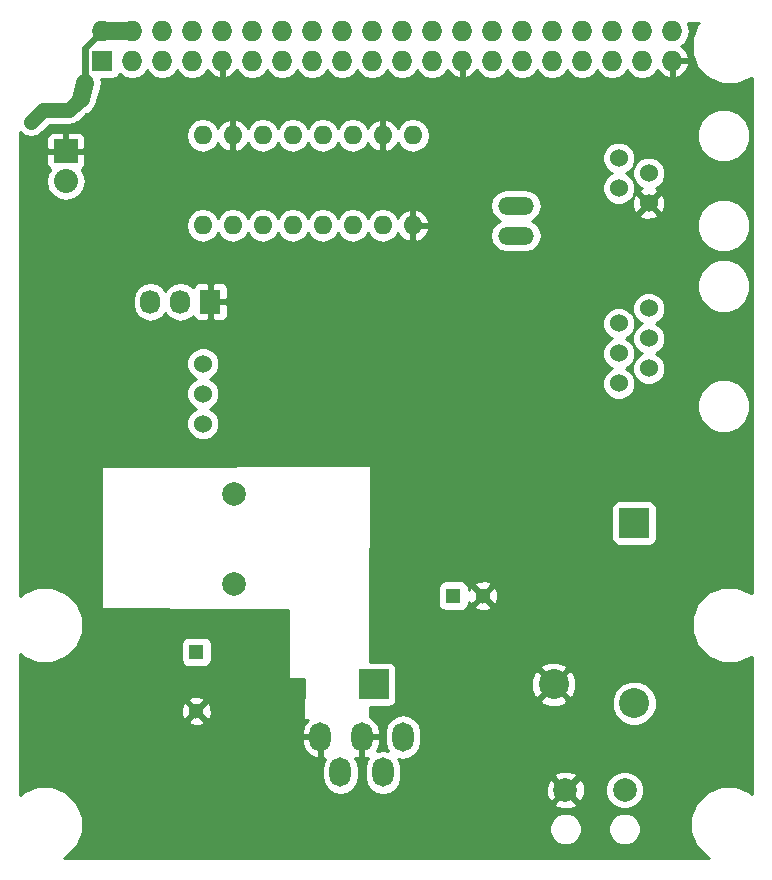
<source format=gbl>
G04 #@! TF.FileFunction,Copper,L2,Bot*
%FSLAX46Y46*%
G04 Gerber Fmt 4.6, Leading zero omitted, Abs format (unit mm)*
G04 Created by KiCad (PCBNEW 4.0.2+dfsg1-2~bpo8+1-stable) date Mon 31 Oct 2016 00:56:32 GMT*
%MOMM*%
G01*
G04 APERTURE LIST*
%ADD10C,0.100000*%
%ADD11C,1.524000*%
%ADD12O,1.600000X1.600000*%
%ADD13R,1.300000X1.300000*%
%ADD14C,1.300000*%
%ADD15O,1.800860X2.499360*%
%ADD16C,2.540000*%
%ADD17R,2.540000X2.540000*%
%ADD18O,3.014980X1.506220*%
%ADD19C,1.998980*%
%ADD20R,2.032000X2.032000*%
%ADD21O,2.032000X2.032000*%
%ADD22R,1.727200X2.032000*%
%ADD23O,1.727200X2.032000*%
%ADD24R,1.727200X1.727200*%
%ADD25O,1.727200X1.727200*%
%ADD26C,2.000000*%
%ADD27C,0.762000*%
%ADD28C,1.270000*%
%ADD29C,0.609600*%
%ADD30C,1.524000*%
%ADD31C,0.254000*%
G04 APERTURE END LIST*
D10*
D11*
X172740000Y-69370000D03*
X172740000Y-71910000D03*
X170200000Y-70640000D03*
X170200000Y-68100000D03*
D12*
X135000000Y-73800000D03*
X137540000Y-73800000D03*
X140080000Y-73800000D03*
X142620000Y-73800000D03*
X145160000Y-73800000D03*
X147700000Y-73800000D03*
X150240000Y-73800000D03*
X152780000Y-73800000D03*
X152780000Y-66180000D03*
X150240000Y-66180000D03*
X147700000Y-66180000D03*
X145160000Y-66180000D03*
X142620000Y-66180000D03*
X140080000Y-66180000D03*
X137540000Y-66180000D03*
X135000000Y-66180000D03*
D13*
X134450000Y-109900000D03*
D14*
X134450000Y-114900000D03*
X158700000Y-105150000D03*
D13*
X156200000Y-105150000D03*
D15*
X148450000Y-117100160D03*
X151950120Y-117100160D03*
X144949880Y-117100160D03*
X146649140Y-120099900D03*
X150250860Y-120099900D03*
D16*
X171502960Y-114241220D03*
D17*
X171502960Y-99001220D03*
D16*
X164691220Y-112647040D03*
D17*
X149451220Y-112647040D03*
D18*
X161500000Y-74670000D03*
X161500000Y-72130000D03*
D19*
X137655000Y-96555000D03*
X137655000Y-104175000D03*
D20*
X123400000Y-67500000D03*
D21*
X123400000Y-70040000D03*
D22*
X135636000Y-80264000D03*
D23*
X133096000Y-80264000D03*
X130556000Y-80264000D03*
D11*
X135000000Y-88040000D03*
X135000000Y-90580000D03*
X135000000Y-85500000D03*
D24*
X126470000Y-59870000D03*
D25*
X126470000Y-57330000D03*
X129010000Y-59870000D03*
X129010000Y-57330000D03*
X131550000Y-59870000D03*
X131550000Y-57330000D03*
X134090000Y-59870000D03*
X134090000Y-57330000D03*
X136630000Y-59870000D03*
X136630000Y-57330000D03*
X139170000Y-59870000D03*
X139170000Y-57330000D03*
X141710000Y-59870000D03*
X141710000Y-57330000D03*
X144250000Y-59870000D03*
X144250000Y-57330000D03*
X146790000Y-59870000D03*
X146790000Y-57330000D03*
X149330000Y-59870000D03*
X149330000Y-57330000D03*
X151870000Y-59870000D03*
X151870000Y-57330000D03*
X154410000Y-59870000D03*
X154410000Y-57330000D03*
X156950000Y-59870000D03*
X156950000Y-57330000D03*
X159490000Y-59870000D03*
X159490000Y-57330000D03*
X162030000Y-59870000D03*
X162030000Y-57330000D03*
X164570000Y-59870000D03*
X164570000Y-57330000D03*
X167110000Y-59870000D03*
X167110000Y-57330000D03*
X169650000Y-59870000D03*
X169650000Y-57330000D03*
X172190000Y-59870000D03*
X172190000Y-57330000D03*
X174730000Y-59870000D03*
X174730000Y-57330000D03*
D11*
X170200000Y-84640000D03*
X170200000Y-82100000D03*
X170200000Y-87180000D03*
X172740000Y-80830000D03*
X172740000Y-83370000D03*
X172740000Y-85910000D03*
D26*
X165700000Y-121600000D03*
X170700000Y-121600000D03*
D27*
X156175000Y-83675000D03*
X155175000Y-88455000D03*
X164400000Y-88225000D03*
X164500000Y-83625000D03*
X159635000Y-83545000D03*
X159635000Y-88455000D03*
X154350000Y-86250000D03*
X160000000Y-70250000D03*
X166155000Y-68055000D03*
X120450000Y-65025000D03*
X124650000Y-63100000D03*
X123700000Y-64000000D03*
X121500000Y-64000000D03*
X125047599Y-61749601D03*
D28*
X164400000Y-88225000D02*
X159865000Y-88225000D01*
X159865000Y-88225000D02*
X159635000Y-88455000D01*
X159635000Y-83545000D02*
X164420000Y-83545000D01*
X164420000Y-83545000D02*
X164500000Y-83625000D01*
D29*
X125047599Y-61749601D02*
X125047599Y-58752401D01*
X125047599Y-58752401D02*
X126470000Y-57330000D01*
D28*
X123700000Y-64000000D02*
X124650000Y-63100000D01*
X120450000Y-65025000D02*
X120475000Y-65025000D01*
X120475000Y-65025000D02*
X121500000Y-64000000D01*
X121500000Y-64000000D02*
X123700000Y-64000000D01*
D30*
X125047599Y-61749601D02*
X124650000Y-63100000D01*
X126470000Y-57330000D02*
X129010000Y-57330000D01*
D31*
G36*
X176875877Y-56779664D02*
X176383561Y-57965294D01*
X176382441Y-59249074D01*
X176872687Y-60435561D01*
X177779664Y-61344123D01*
X178965294Y-61836439D01*
X180249074Y-61837559D01*
X181435561Y-61347313D01*
X181483000Y-61299957D01*
X181483000Y-104918616D01*
X181440336Y-104875877D01*
X180254706Y-104383561D01*
X178970926Y-104382441D01*
X177784439Y-104872687D01*
X176875877Y-105779664D01*
X176383561Y-106965294D01*
X176382441Y-108249074D01*
X176872687Y-109435561D01*
X177779664Y-110344123D01*
X178965294Y-110836439D01*
X180249074Y-110837559D01*
X181435561Y-110347313D01*
X181483000Y-110299957D01*
X181483000Y-121918808D01*
X181330336Y-121765877D01*
X180144706Y-121273561D01*
X178860926Y-121272441D01*
X177674439Y-121762687D01*
X176765877Y-122669664D01*
X176273561Y-123855294D01*
X176272441Y-125139074D01*
X176762687Y-126325561D01*
X177669664Y-127234123D01*
X177864438Y-127315000D01*
X123247544Y-127315000D01*
X123435561Y-127237313D01*
X124344123Y-126330336D01*
X124824156Y-125174285D01*
X164314760Y-125174285D01*
X164525169Y-125683515D01*
X164914436Y-126073461D01*
X165423298Y-126284759D01*
X165974285Y-126285240D01*
X166483515Y-126074831D01*
X166873461Y-125685564D01*
X167084759Y-125176702D01*
X167084761Y-125174285D01*
X169314760Y-125174285D01*
X169525169Y-125683515D01*
X169914436Y-126073461D01*
X170423298Y-126284759D01*
X170974285Y-126285240D01*
X171483515Y-126074831D01*
X171873461Y-125685564D01*
X172084759Y-125176702D01*
X172085240Y-124625715D01*
X171874831Y-124116485D01*
X171485564Y-123726539D01*
X170976702Y-123515241D01*
X170425715Y-123514760D01*
X169916485Y-123725169D01*
X169526539Y-124114436D01*
X169315241Y-124623298D01*
X169314760Y-125174285D01*
X167084761Y-125174285D01*
X167085240Y-124625715D01*
X166874831Y-124116485D01*
X166485564Y-123726539D01*
X165976702Y-123515241D01*
X165425715Y-123514760D01*
X164916485Y-123725169D01*
X164526539Y-124114436D01*
X164315241Y-124623298D01*
X164314760Y-125174285D01*
X124824156Y-125174285D01*
X124836439Y-125144706D01*
X124837559Y-123860926D01*
X124379581Y-122752532D01*
X164727073Y-122752532D01*
X164825736Y-123019387D01*
X165435461Y-123245908D01*
X166085460Y-123221856D01*
X166574264Y-123019387D01*
X166672927Y-122752532D01*
X165700000Y-121779605D01*
X164727073Y-122752532D01*
X124379581Y-122752532D01*
X124347313Y-122674439D01*
X123440336Y-121765877D01*
X122254706Y-121273561D01*
X120970926Y-121272441D01*
X119784439Y-121762687D01*
X119507000Y-122039642D01*
X119507000Y-117227160D01*
X143414450Y-117227160D01*
X143414450Y-117576410D01*
X143579928Y-118154326D01*
X143953969Y-118624925D01*
X144479628Y-118916563D01*
X144585072Y-118940873D01*
X144822880Y-118820220D01*
X144822880Y-117227160D01*
X143414450Y-117227160D01*
X119507000Y-117227160D01*
X119507000Y-115799016D01*
X133730590Y-115799016D01*
X133786271Y-116029611D01*
X134269078Y-116197622D01*
X134779428Y-116168083D01*
X135113729Y-116029611D01*
X135169410Y-115799016D01*
X134450000Y-115079605D01*
X133730590Y-115799016D01*
X119507000Y-115799016D01*
X119507000Y-114719078D01*
X133152378Y-114719078D01*
X133181917Y-115229428D01*
X133320389Y-115563729D01*
X133550984Y-115619410D01*
X134270395Y-114900000D01*
X134629605Y-114900000D01*
X135349016Y-115619410D01*
X135579611Y-115563729D01*
X135747622Y-115080922D01*
X135718083Y-114570572D01*
X135579611Y-114236271D01*
X135349016Y-114180590D01*
X134629605Y-114900000D01*
X134270395Y-114900000D01*
X133550984Y-114180590D01*
X133320389Y-114236271D01*
X133152378Y-114719078D01*
X119507000Y-114719078D01*
X119507000Y-114000984D01*
X133730590Y-114000984D01*
X134450000Y-114720395D01*
X135169410Y-114000984D01*
X135113729Y-113770389D01*
X134630922Y-113602378D01*
X134120572Y-113631917D01*
X133786271Y-113770389D01*
X133730590Y-114000984D01*
X119507000Y-114000984D01*
X119507000Y-110080983D01*
X119779664Y-110354123D01*
X120965294Y-110846439D01*
X122249074Y-110847559D01*
X123435561Y-110357313D01*
X124344123Y-109450336D01*
X124427309Y-109250000D01*
X133152560Y-109250000D01*
X133152560Y-110550000D01*
X133196838Y-110785317D01*
X133335910Y-111001441D01*
X133548110Y-111146431D01*
X133800000Y-111197440D01*
X135100000Y-111197440D01*
X135335317Y-111153162D01*
X135551441Y-111014090D01*
X135696431Y-110801890D01*
X135747440Y-110550000D01*
X135747440Y-109250000D01*
X135703162Y-109014683D01*
X135564090Y-108798559D01*
X135351890Y-108653569D01*
X135100000Y-108602560D01*
X133800000Y-108602560D01*
X133564683Y-108646838D01*
X133348559Y-108785910D01*
X133203569Y-108998110D01*
X133152560Y-109250000D01*
X124427309Y-109250000D01*
X124836439Y-108264706D01*
X124837559Y-106980926D01*
X124347313Y-105794439D01*
X123440336Y-104885877D01*
X122254706Y-104393561D01*
X120970926Y-104392441D01*
X119784439Y-104882687D01*
X119507000Y-105159642D01*
X119507000Y-94267858D01*
X126356916Y-94267858D01*
X126356916Y-106167858D01*
X126365402Y-106213502D01*
X126392497Y-106256015D01*
X126433998Y-106284636D01*
X126483364Y-106294857D01*
X137983364Y-106344857D01*
X137984441Y-106344857D01*
X142173735Y-106327524D01*
X142206918Y-112068592D01*
X142216239Y-112115618D01*
X142244091Y-112157638D01*
X142286098Y-112185512D01*
X142335639Y-112194846D01*
X143520523Y-112178768D01*
X143456939Y-115515438D01*
X143466633Y-115566578D01*
X143494828Y-115608369D01*
X143537060Y-115635898D01*
X143586676Y-115644828D01*
X143904270Y-115637924D01*
X143579928Y-116045994D01*
X143414450Y-116623910D01*
X143414450Y-116973160D01*
X144822880Y-116973160D01*
X144822880Y-116953160D01*
X145076880Y-116953160D01*
X145076880Y-116973160D01*
X145096880Y-116973160D01*
X145096880Y-117227160D01*
X145076880Y-117227160D01*
X145076880Y-118820220D01*
X145314688Y-118940873D01*
X145361610Y-118930055D01*
X145230588Y-119126143D01*
X145113710Y-119713727D01*
X145113710Y-120486073D01*
X145230588Y-121073657D01*
X145563427Y-121571786D01*
X146061556Y-121904625D01*
X146649140Y-122021503D01*
X147236724Y-121904625D01*
X147734853Y-121571786D01*
X148067692Y-121073657D01*
X148184570Y-120486073D01*
X148184570Y-119713727D01*
X148067692Y-119126143D01*
X147896968Y-118870636D01*
X147979748Y-118916563D01*
X148085192Y-118940873D01*
X148323000Y-118820220D01*
X148323000Y-117227160D01*
X148577000Y-117227160D01*
X148577000Y-118820220D01*
X148814808Y-118940873D01*
X148920252Y-118916563D01*
X149003032Y-118870636D01*
X148832308Y-119126143D01*
X148715430Y-119713727D01*
X148715430Y-120486073D01*
X148832308Y-121073657D01*
X149165147Y-121571786D01*
X149663276Y-121904625D01*
X150250860Y-122021503D01*
X150838444Y-121904625D01*
X151336573Y-121571786D01*
X151494480Y-121335461D01*
X164054092Y-121335461D01*
X164078144Y-121985460D01*
X164280613Y-122474264D01*
X164547468Y-122572927D01*
X165520395Y-121600000D01*
X165879605Y-121600000D01*
X166852532Y-122572927D01*
X167119387Y-122474264D01*
X167323893Y-121923795D01*
X169064716Y-121923795D01*
X169313106Y-122524943D01*
X169772637Y-122985278D01*
X170373352Y-123234716D01*
X171023795Y-123235284D01*
X171624943Y-122986894D01*
X172085278Y-122527363D01*
X172334716Y-121926648D01*
X172335284Y-121276205D01*
X172086894Y-120675057D01*
X171627363Y-120214722D01*
X171026648Y-119965284D01*
X170376205Y-119964716D01*
X169775057Y-120213106D01*
X169314722Y-120672637D01*
X169065284Y-121273352D01*
X169064716Y-121923795D01*
X167323893Y-121923795D01*
X167345908Y-121864539D01*
X167321856Y-121214540D01*
X167119387Y-120725736D01*
X166852532Y-120627073D01*
X165879605Y-121600000D01*
X165520395Y-121600000D01*
X164547468Y-120627073D01*
X164280613Y-120725736D01*
X164054092Y-121335461D01*
X151494480Y-121335461D01*
X151669412Y-121073657D01*
X151786290Y-120486073D01*
X151786290Y-120447468D01*
X164727073Y-120447468D01*
X165700000Y-121420395D01*
X166672927Y-120447468D01*
X166574264Y-120180613D01*
X165964539Y-119954092D01*
X165314540Y-119978144D01*
X164825736Y-120180613D01*
X164727073Y-120447468D01*
X151786290Y-120447468D01*
X151786290Y-119713727D01*
X151669412Y-119126143D01*
X151545950Y-118941368D01*
X151950120Y-119021763D01*
X152537704Y-118904885D01*
X153035833Y-118572046D01*
X153368672Y-118073917D01*
X153485550Y-117486333D01*
X153485550Y-116713987D01*
X153368672Y-116126403D01*
X153035833Y-115628274D01*
X152537704Y-115295435D01*
X151950120Y-115178557D01*
X151362536Y-115295435D01*
X150864407Y-115628274D01*
X150531568Y-116126403D01*
X150414690Y-116713987D01*
X150414690Y-117486333D01*
X150531568Y-118073917D01*
X150655030Y-118258692D01*
X150250860Y-118178297D01*
X149716402Y-118284608D01*
X149819952Y-118154326D01*
X149985430Y-117576410D01*
X149985430Y-117227160D01*
X148577000Y-117227160D01*
X148323000Y-117227160D01*
X148303000Y-117227160D01*
X148303000Y-116973160D01*
X148323000Y-116973160D01*
X148323000Y-116953160D01*
X148577000Y-116953160D01*
X148577000Y-116973160D01*
X149985430Y-116973160D01*
X149985430Y-116623910D01*
X149819952Y-116045994D01*
X149445911Y-115575395D01*
X149111285Y-115389743D01*
X149114914Y-114618485D01*
X169597630Y-114618485D01*
X169887038Y-115318906D01*
X170422455Y-115855259D01*
X171122370Y-116145888D01*
X171880225Y-116146550D01*
X172580646Y-115857142D01*
X173116999Y-115321725D01*
X173407628Y-114621810D01*
X173408290Y-113863955D01*
X173118882Y-113163534D01*
X172583465Y-112627181D01*
X171883550Y-112336552D01*
X171125695Y-112335890D01*
X170425274Y-112625298D01*
X169888921Y-113160715D01*
X169598292Y-113860630D01*
X169597630Y-114618485D01*
X149114914Y-114618485D01*
X149115169Y-114564480D01*
X150721220Y-114564480D01*
X150956537Y-114520202D01*
X151172661Y-114381130D01*
X151317651Y-114168930D01*
X151352909Y-113994817D01*
X163523048Y-113994817D01*
X163654740Y-114289697D01*
X164362256Y-114561301D01*
X165119852Y-114541476D01*
X165727700Y-114289697D01*
X165859392Y-113994817D01*
X164691220Y-112826645D01*
X163523048Y-113994817D01*
X151352909Y-113994817D01*
X151368660Y-113917040D01*
X151368660Y-112318076D01*
X162776959Y-112318076D01*
X162796784Y-113075672D01*
X163048563Y-113683520D01*
X163343443Y-113815212D01*
X164511615Y-112647040D01*
X164870825Y-112647040D01*
X166038997Y-113815212D01*
X166333877Y-113683520D01*
X166605481Y-112976004D01*
X166585656Y-112218408D01*
X166333877Y-111610560D01*
X166038997Y-111478868D01*
X164870825Y-112647040D01*
X164511615Y-112647040D01*
X163343443Y-111478868D01*
X163048563Y-111610560D01*
X162776959Y-112318076D01*
X151368660Y-112318076D01*
X151368660Y-111377040D01*
X151354026Y-111299263D01*
X163523048Y-111299263D01*
X164691220Y-112467435D01*
X165859392Y-111299263D01*
X165727700Y-111004383D01*
X165020184Y-110732779D01*
X164262588Y-110752604D01*
X163654740Y-111004383D01*
X163523048Y-111299263D01*
X151354026Y-111299263D01*
X151324382Y-111141723D01*
X151185310Y-110925599D01*
X150973110Y-110780609D01*
X150721220Y-110729600D01*
X149133215Y-110729600D01*
X149162530Y-104500000D01*
X154902560Y-104500000D01*
X154902560Y-105800000D01*
X154946838Y-106035317D01*
X155085910Y-106251441D01*
X155298110Y-106396431D01*
X155550000Y-106447440D01*
X156850000Y-106447440D01*
X157085317Y-106403162D01*
X157301441Y-106264090D01*
X157446431Y-106051890D01*
X157447012Y-106049016D01*
X157980590Y-106049016D01*
X158036271Y-106279611D01*
X158519078Y-106447622D01*
X159029428Y-106418083D01*
X159363729Y-106279611D01*
X159419410Y-106049016D01*
X158700000Y-105329605D01*
X157980590Y-106049016D01*
X157447012Y-106049016D01*
X157497440Y-105800000D01*
X157497440Y-105637615D01*
X157570389Y-105813729D01*
X157800984Y-105869410D01*
X158520395Y-105150000D01*
X158879605Y-105150000D01*
X159599016Y-105869410D01*
X159829611Y-105813729D01*
X159997622Y-105330922D01*
X159968083Y-104820572D01*
X159829611Y-104486271D01*
X159599016Y-104430590D01*
X158879605Y-105150000D01*
X158520395Y-105150000D01*
X157800984Y-104430590D01*
X157570389Y-104486271D01*
X157497440Y-104695902D01*
X157497440Y-104500000D01*
X157453162Y-104264683D01*
X157444347Y-104250984D01*
X157980590Y-104250984D01*
X158700000Y-104970395D01*
X159419410Y-104250984D01*
X159363729Y-104020389D01*
X158880922Y-103852378D01*
X158370572Y-103881917D01*
X158036271Y-104020389D01*
X157980590Y-104250984D01*
X157444347Y-104250984D01*
X157314090Y-104048559D01*
X157101890Y-103903569D01*
X156850000Y-103852560D01*
X155550000Y-103852560D01*
X155314683Y-103896838D01*
X155098559Y-104035910D01*
X154953569Y-104248110D01*
X154902560Y-104500000D01*
X149162530Y-104500000D01*
X149194383Y-97731220D01*
X169585520Y-97731220D01*
X169585520Y-100271220D01*
X169629798Y-100506537D01*
X169768870Y-100722661D01*
X169981070Y-100867651D01*
X170232960Y-100918660D01*
X172772960Y-100918660D01*
X173008277Y-100874382D01*
X173224401Y-100735310D01*
X173369391Y-100523110D01*
X173420400Y-100271220D01*
X173420400Y-97731220D01*
X173376122Y-97495903D01*
X173237050Y-97279779D01*
X173024850Y-97134789D01*
X172772960Y-97083780D01*
X170232960Y-97083780D01*
X169997643Y-97128058D01*
X169781519Y-97267130D01*
X169636529Y-97479330D01*
X169585520Y-97731220D01*
X149194383Y-97731220D01*
X149210915Y-94218456D01*
X149202128Y-94171437D01*
X149174754Y-94129103D01*
X149133067Y-94100755D01*
X149083635Y-94090858D01*
X126483635Y-94140858D01*
X126437757Y-94149543D01*
X126395363Y-94176823D01*
X126366922Y-94218448D01*
X126356916Y-94267858D01*
X119507000Y-94267858D01*
X119507000Y-85776661D01*
X133602758Y-85776661D01*
X133814990Y-86290303D01*
X134207630Y-86683629D01*
X134415512Y-86769949D01*
X134209697Y-86854990D01*
X133816371Y-87247630D01*
X133603243Y-87760900D01*
X133602758Y-88316661D01*
X133814990Y-88830303D01*
X134207630Y-89223629D01*
X134415512Y-89309949D01*
X134209697Y-89394990D01*
X133816371Y-89787630D01*
X133603243Y-90300900D01*
X133602758Y-90856661D01*
X133814990Y-91370303D01*
X134207630Y-91763629D01*
X134720900Y-91976757D01*
X135276661Y-91977242D01*
X135790303Y-91765010D01*
X136183629Y-91372370D01*
X136396757Y-90859100D01*
X136397242Y-90303339D01*
X136185010Y-89789697D01*
X135923341Y-89527570D01*
X176839609Y-89527570D01*
X177182948Y-90358515D01*
X177818141Y-90994818D01*
X178648486Y-91339607D01*
X179547570Y-91340391D01*
X180378515Y-90997052D01*
X181014818Y-90361859D01*
X181359607Y-89531514D01*
X181360391Y-88632430D01*
X181017052Y-87801485D01*
X180381859Y-87165182D01*
X179551514Y-86820393D01*
X178652430Y-86819609D01*
X177821485Y-87162948D01*
X177185182Y-87798141D01*
X176840393Y-88628486D01*
X176839609Y-89527570D01*
X135923341Y-89527570D01*
X135792370Y-89396371D01*
X135584488Y-89310051D01*
X135790303Y-89225010D01*
X136183629Y-88832370D01*
X136396757Y-88319100D01*
X136397242Y-87763339D01*
X136185010Y-87249697D01*
X135792370Y-86856371D01*
X135584488Y-86770051D01*
X135790303Y-86685010D01*
X136183629Y-86292370D01*
X136396757Y-85779100D01*
X136397242Y-85223339D01*
X136185010Y-84709697D01*
X135792370Y-84316371D01*
X135279100Y-84103243D01*
X134723339Y-84102758D01*
X134209697Y-84314990D01*
X133816371Y-84707630D01*
X133603243Y-85220900D01*
X133602758Y-85776661D01*
X119507000Y-85776661D01*
X119507000Y-82376661D01*
X168802758Y-82376661D01*
X169014990Y-82890303D01*
X169407630Y-83283629D01*
X169615512Y-83369949D01*
X169409697Y-83454990D01*
X169016371Y-83847630D01*
X168803243Y-84360900D01*
X168802758Y-84916661D01*
X169014990Y-85430303D01*
X169407630Y-85823629D01*
X169615512Y-85909949D01*
X169409697Y-85994990D01*
X169016371Y-86387630D01*
X168803243Y-86900900D01*
X168802758Y-87456661D01*
X169014990Y-87970303D01*
X169407630Y-88363629D01*
X169920900Y-88576757D01*
X170476661Y-88577242D01*
X170990303Y-88365010D01*
X171383629Y-87972370D01*
X171596757Y-87459100D01*
X171597242Y-86903339D01*
X171385010Y-86389697D01*
X170992370Y-85996371D01*
X170784488Y-85910051D01*
X170990303Y-85825010D01*
X171383629Y-85432370D01*
X171596757Y-84919100D01*
X171597242Y-84363339D01*
X171385010Y-83849697D01*
X170992370Y-83456371D01*
X170784488Y-83370051D01*
X170990303Y-83285010D01*
X171383629Y-82892370D01*
X171596757Y-82379100D01*
X171597242Y-81823339D01*
X171385010Y-81309697D01*
X171182329Y-81106661D01*
X171342758Y-81106661D01*
X171554990Y-81620303D01*
X171947630Y-82013629D01*
X172155512Y-82099949D01*
X171949697Y-82184990D01*
X171556371Y-82577630D01*
X171343243Y-83090900D01*
X171342758Y-83646661D01*
X171554990Y-84160303D01*
X171947630Y-84553629D01*
X172155512Y-84639949D01*
X171949697Y-84724990D01*
X171556371Y-85117630D01*
X171343243Y-85630900D01*
X171342758Y-86186661D01*
X171554990Y-86700303D01*
X171947630Y-87093629D01*
X172460900Y-87306757D01*
X173016661Y-87307242D01*
X173530303Y-87095010D01*
X173923629Y-86702370D01*
X174136757Y-86189100D01*
X174137242Y-85633339D01*
X173925010Y-85119697D01*
X173532370Y-84726371D01*
X173324488Y-84640051D01*
X173530303Y-84555010D01*
X173923629Y-84162370D01*
X174136757Y-83649100D01*
X174137242Y-83093339D01*
X173925010Y-82579697D01*
X173532370Y-82186371D01*
X173324488Y-82100051D01*
X173530303Y-82015010D01*
X173923629Y-81622370D01*
X174136757Y-81109100D01*
X174137242Y-80553339D01*
X173925010Y-80039697D01*
X173532370Y-79646371D01*
X173019100Y-79433243D01*
X172463339Y-79432758D01*
X171949697Y-79644990D01*
X171556371Y-80037630D01*
X171343243Y-80550900D01*
X171342758Y-81106661D01*
X171182329Y-81106661D01*
X170992370Y-80916371D01*
X170479100Y-80703243D01*
X169923339Y-80702758D01*
X169409697Y-80914990D01*
X169016371Y-81307630D01*
X168803243Y-81820900D01*
X168802758Y-82376661D01*
X119507000Y-82376661D01*
X119507000Y-80079255D01*
X129057400Y-80079255D01*
X129057400Y-80448745D01*
X129171474Y-81022234D01*
X129496330Y-81508415D01*
X129982511Y-81833271D01*
X130556000Y-81947345D01*
X131129489Y-81833271D01*
X131615670Y-81508415D01*
X131826000Y-81193634D01*
X132036330Y-81508415D01*
X132522511Y-81833271D01*
X133096000Y-81947345D01*
X133669489Y-81833271D01*
X134155670Y-81508415D01*
X134170500Y-81486220D01*
X134234073Y-81639698D01*
X134412701Y-81818327D01*
X134646090Y-81915000D01*
X135350250Y-81915000D01*
X135509000Y-81756250D01*
X135509000Y-80391000D01*
X135763000Y-80391000D01*
X135763000Y-81756250D01*
X135921750Y-81915000D01*
X136625910Y-81915000D01*
X136859299Y-81818327D01*
X137037927Y-81639698D01*
X137134600Y-81406309D01*
X137134600Y-80549750D01*
X136975850Y-80391000D01*
X135763000Y-80391000D01*
X135509000Y-80391000D01*
X135489000Y-80391000D01*
X135489000Y-80137000D01*
X135509000Y-80137000D01*
X135509000Y-78771750D01*
X135763000Y-78771750D01*
X135763000Y-80137000D01*
X136975850Y-80137000D01*
X137134600Y-79978250D01*
X137134600Y-79367570D01*
X176839609Y-79367570D01*
X177182948Y-80198515D01*
X177818141Y-80834818D01*
X178648486Y-81179607D01*
X179547570Y-81180391D01*
X180378515Y-80837052D01*
X181014818Y-80201859D01*
X181359607Y-79371514D01*
X181360391Y-78472430D01*
X181017052Y-77641485D01*
X180381859Y-77005182D01*
X179551514Y-76660393D01*
X178652430Y-76659609D01*
X177821485Y-77002948D01*
X177185182Y-77638141D01*
X176840393Y-78468486D01*
X176839609Y-79367570D01*
X137134600Y-79367570D01*
X137134600Y-79121691D01*
X137037927Y-78888302D01*
X136859299Y-78709673D01*
X136625910Y-78613000D01*
X135921750Y-78613000D01*
X135763000Y-78771750D01*
X135509000Y-78771750D01*
X135350250Y-78613000D01*
X134646090Y-78613000D01*
X134412701Y-78709673D01*
X134234073Y-78888302D01*
X134170500Y-79041780D01*
X134155670Y-79019585D01*
X133669489Y-78694729D01*
X133096000Y-78580655D01*
X132522511Y-78694729D01*
X132036330Y-79019585D01*
X131826000Y-79334366D01*
X131615670Y-79019585D01*
X131129489Y-78694729D01*
X130556000Y-78580655D01*
X129982511Y-78694729D01*
X129496330Y-79019585D01*
X129171474Y-79505766D01*
X129057400Y-80079255D01*
X119507000Y-80079255D01*
X119507000Y-73771887D01*
X133565000Y-73771887D01*
X133565000Y-73828113D01*
X133674233Y-74377264D01*
X133985302Y-74842811D01*
X134450849Y-75153880D01*
X135000000Y-75263113D01*
X135549151Y-75153880D01*
X136014698Y-74842811D01*
X136270000Y-74460725D01*
X136525302Y-74842811D01*
X136990849Y-75153880D01*
X137540000Y-75263113D01*
X138089151Y-75153880D01*
X138554698Y-74842811D01*
X138810000Y-74460725D01*
X139065302Y-74842811D01*
X139530849Y-75153880D01*
X140080000Y-75263113D01*
X140629151Y-75153880D01*
X141094698Y-74842811D01*
X141350000Y-74460725D01*
X141605302Y-74842811D01*
X142070849Y-75153880D01*
X142620000Y-75263113D01*
X143169151Y-75153880D01*
X143634698Y-74842811D01*
X143890000Y-74460725D01*
X144145302Y-74842811D01*
X144610849Y-75153880D01*
X145160000Y-75263113D01*
X145709151Y-75153880D01*
X146174698Y-74842811D01*
X146430000Y-74460725D01*
X146685302Y-74842811D01*
X147150849Y-75153880D01*
X147700000Y-75263113D01*
X148249151Y-75153880D01*
X148714698Y-74842811D01*
X148970000Y-74460725D01*
X149225302Y-74842811D01*
X149690849Y-75153880D01*
X150240000Y-75263113D01*
X150789151Y-75153880D01*
X151254698Y-74842811D01*
X151524986Y-74438297D01*
X151627611Y-74655134D01*
X152042577Y-75031041D01*
X152430961Y-75191904D01*
X152653000Y-75069915D01*
X152653000Y-73927000D01*
X152907000Y-73927000D01*
X152907000Y-75069915D01*
X153129039Y-75191904D01*
X153517423Y-75031041D01*
X153932389Y-74655134D01*
X154171914Y-74149041D01*
X154050629Y-73927000D01*
X152907000Y-73927000D01*
X152653000Y-73927000D01*
X152633000Y-73927000D01*
X152633000Y-73673000D01*
X152653000Y-73673000D01*
X152653000Y-72530085D01*
X152907000Y-72530085D01*
X152907000Y-73673000D01*
X154050629Y-73673000D01*
X154171914Y-73450959D01*
X153932389Y-72944866D01*
X153517423Y-72568959D01*
X153129039Y-72408096D01*
X152907000Y-72530085D01*
X152653000Y-72530085D01*
X152430961Y-72408096D01*
X152042577Y-72568959D01*
X151627611Y-72944866D01*
X151524986Y-73161703D01*
X151254698Y-72757189D01*
X150789151Y-72446120D01*
X150240000Y-72336887D01*
X149690849Y-72446120D01*
X149225302Y-72757189D01*
X148970000Y-73139275D01*
X148714698Y-72757189D01*
X148249151Y-72446120D01*
X147700000Y-72336887D01*
X147150849Y-72446120D01*
X146685302Y-72757189D01*
X146430000Y-73139275D01*
X146174698Y-72757189D01*
X145709151Y-72446120D01*
X145160000Y-72336887D01*
X144610849Y-72446120D01*
X144145302Y-72757189D01*
X143890000Y-73139275D01*
X143634698Y-72757189D01*
X143169151Y-72446120D01*
X142620000Y-72336887D01*
X142070849Y-72446120D01*
X141605302Y-72757189D01*
X141350000Y-73139275D01*
X141094698Y-72757189D01*
X140629151Y-72446120D01*
X140080000Y-72336887D01*
X139530849Y-72446120D01*
X139065302Y-72757189D01*
X138810000Y-73139275D01*
X138554698Y-72757189D01*
X138089151Y-72446120D01*
X137540000Y-72336887D01*
X136990849Y-72446120D01*
X136525302Y-72757189D01*
X136270000Y-73139275D01*
X136014698Y-72757189D01*
X135549151Y-72446120D01*
X135000000Y-72336887D01*
X134450849Y-72446120D01*
X133985302Y-72757189D01*
X133674233Y-73222736D01*
X133565000Y-73771887D01*
X119507000Y-73771887D01*
X119507000Y-72130000D01*
X159315536Y-72130000D01*
X159421200Y-72661207D01*
X159722104Y-73111542D01*
X160153812Y-73400000D01*
X159722104Y-73688458D01*
X159421200Y-74138793D01*
X159315536Y-74670000D01*
X159421200Y-75201207D01*
X159722104Y-75651542D01*
X160172439Y-75952446D01*
X160703646Y-76058110D01*
X162296354Y-76058110D01*
X162827561Y-75952446D01*
X163277896Y-75651542D01*
X163578800Y-75201207D01*
X163684464Y-74670000D01*
X163602427Y-74257570D01*
X176839609Y-74257570D01*
X177182948Y-75088515D01*
X177818141Y-75724818D01*
X178648486Y-76069607D01*
X179547570Y-76070391D01*
X180378515Y-75727052D01*
X181014818Y-75091859D01*
X181359607Y-74261514D01*
X181360391Y-73362430D01*
X181017052Y-72531485D01*
X180381859Y-71895182D01*
X179551514Y-71550393D01*
X178652430Y-71549609D01*
X177821485Y-71892948D01*
X177185182Y-72528141D01*
X176840393Y-73358486D01*
X176839609Y-74257570D01*
X163602427Y-74257570D01*
X163578800Y-74138793D01*
X163277896Y-73688458D01*
X162846188Y-73400000D01*
X163277896Y-73111542D01*
X163425783Y-72890213D01*
X171939392Y-72890213D01*
X172008857Y-73132397D01*
X172532302Y-73319144D01*
X173087368Y-73291362D01*
X173471143Y-73132397D01*
X173540608Y-72890213D01*
X172740000Y-72089605D01*
X171939392Y-72890213D01*
X163425783Y-72890213D01*
X163578800Y-72661207D01*
X163684464Y-72130000D01*
X163578800Y-71598793D01*
X163277896Y-71148458D01*
X162827561Y-70847554D01*
X162296354Y-70741890D01*
X160703646Y-70741890D01*
X160172439Y-70847554D01*
X159722104Y-71148458D01*
X159421200Y-71598793D01*
X159315536Y-72130000D01*
X119507000Y-72130000D01*
X119507000Y-70040000D01*
X121716655Y-70040000D01*
X121842330Y-70671810D01*
X122200222Y-71207433D01*
X122735845Y-71565325D01*
X123367655Y-71691000D01*
X123432345Y-71691000D01*
X124064155Y-71565325D01*
X124599778Y-71207433D01*
X124957670Y-70671810D01*
X125083345Y-70040000D01*
X124957670Y-69408190D01*
X124733034Y-69071999D01*
X124775698Y-69054327D01*
X124954327Y-68875699D01*
X125051000Y-68642310D01*
X125051000Y-68376661D01*
X168802758Y-68376661D01*
X169014990Y-68890303D01*
X169407630Y-69283629D01*
X169615512Y-69369949D01*
X169409697Y-69454990D01*
X169016371Y-69847630D01*
X168803243Y-70360900D01*
X168802758Y-70916661D01*
X169014990Y-71430303D01*
X169407630Y-71823629D01*
X169920900Y-72036757D01*
X170476661Y-72037242D01*
X170990303Y-71825010D01*
X171113225Y-71702302D01*
X171330856Y-71702302D01*
X171358638Y-72257368D01*
X171517603Y-72641143D01*
X171759787Y-72710608D01*
X172560395Y-71910000D01*
X172919605Y-71910000D01*
X173720213Y-72710608D01*
X173962397Y-72641143D01*
X174149144Y-72117698D01*
X174121362Y-71562632D01*
X173962397Y-71178857D01*
X173720213Y-71109392D01*
X172919605Y-71910000D01*
X172560395Y-71910000D01*
X171759787Y-71109392D01*
X171517603Y-71178857D01*
X171330856Y-71702302D01*
X171113225Y-71702302D01*
X171383629Y-71432370D01*
X171596757Y-70919100D01*
X171597242Y-70363339D01*
X171385010Y-69849697D01*
X171182329Y-69646661D01*
X171342758Y-69646661D01*
X171554990Y-70160303D01*
X171947630Y-70553629D01*
X172139727Y-70633395D01*
X172008857Y-70687603D01*
X171939392Y-70929787D01*
X172740000Y-71730395D01*
X173540608Y-70929787D01*
X173471143Y-70687603D01*
X173330682Y-70637491D01*
X173530303Y-70555010D01*
X173923629Y-70162370D01*
X174136757Y-69649100D01*
X174137242Y-69093339D01*
X173925010Y-68579697D01*
X173532370Y-68186371D01*
X173019100Y-67973243D01*
X172463339Y-67972758D01*
X171949697Y-68184990D01*
X171556371Y-68577630D01*
X171343243Y-69090900D01*
X171342758Y-69646661D01*
X171182329Y-69646661D01*
X170992370Y-69456371D01*
X170784488Y-69370051D01*
X170990303Y-69285010D01*
X171383629Y-68892370D01*
X171596757Y-68379100D01*
X171597242Y-67823339D01*
X171385010Y-67309697D01*
X170992370Y-66916371D01*
X170479100Y-66703243D01*
X169923339Y-66702758D01*
X169409697Y-66914990D01*
X169016371Y-67307630D01*
X168803243Y-67820900D01*
X168802758Y-68376661D01*
X125051000Y-68376661D01*
X125051000Y-67785750D01*
X124892250Y-67627000D01*
X123527000Y-67627000D01*
X123527000Y-67647000D01*
X123273000Y-67647000D01*
X123273000Y-67627000D01*
X121907750Y-67627000D01*
X121749000Y-67785750D01*
X121749000Y-68642310D01*
X121845673Y-68875699D01*
X122024302Y-69054327D01*
X122066966Y-69071999D01*
X121842330Y-69408190D01*
X121716655Y-70040000D01*
X119507000Y-70040000D01*
X119507000Y-66357690D01*
X121749000Y-66357690D01*
X121749000Y-67214250D01*
X121907750Y-67373000D01*
X123273000Y-67373000D01*
X123273000Y-66007750D01*
X123527000Y-66007750D01*
X123527000Y-67373000D01*
X124892250Y-67373000D01*
X125051000Y-67214250D01*
X125051000Y-66357690D01*
X124965754Y-66151887D01*
X133565000Y-66151887D01*
X133565000Y-66208113D01*
X133674233Y-66757264D01*
X133985302Y-67222811D01*
X134450849Y-67533880D01*
X135000000Y-67643113D01*
X135549151Y-67533880D01*
X136014698Y-67222811D01*
X136284986Y-66818297D01*
X136387611Y-67035134D01*
X136802577Y-67411041D01*
X137190961Y-67571904D01*
X137413000Y-67449915D01*
X137413000Y-66307000D01*
X137393000Y-66307000D01*
X137393000Y-66053000D01*
X137413000Y-66053000D01*
X137413000Y-64910085D01*
X137667000Y-64910085D01*
X137667000Y-66053000D01*
X137687000Y-66053000D01*
X137687000Y-66307000D01*
X137667000Y-66307000D01*
X137667000Y-67449915D01*
X137889039Y-67571904D01*
X138277423Y-67411041D01*
X138692389Y-67035134D01*
X138795014Y-66818297D01*
X139065302Y-67222811D01*
X139530849Y-67533880D01*
X140080000Y-67643113D01*
X140629151Y-67533880D01*
X141094698Y-67222811D01*
X141350000Y-66840725D01*
X141605302Y-67222811D01*
X142070849Y-67533880D01*
X142620000Y-67643113D01*
X143169151Y-67533880D01*
X143634698Y-67222811D01*
X143890000Y-66840725D01*
X144145302Y-67222811D01*
X144610849Y-67533880D01*
X145160000Y-67643113D01*
X145709151Y-67533880D01*
X146174698Y-67222811D01*
X146430000Y-66840725D01*
X146685302Y-67222811D01*
X147150849Y-67533880D01*
X147700000Y-67643113D01*
X148249151Y-67533880D01*
X148714698Y-67222811D01*
X148984986Y-66818297D01*
X149087611Y-67035134D01*
X149502577Y-67411041D01*
X149890961Y-67571904D01*
X150113000Y-67449915D01*
X150113000Y-66307000D01*
X150093000Y-66307000D01*
X150093000Y-66053000D01*
X150113000Y-66053000D01*
X150113000Y-64910085D01*
X150367000Y-64910085D01*
X150367000Y-66053000D01*
X150387000Y-66053000D01*
X150387000Y-66307000D01*
X150367000Y-66307000D01*
X150367000Y-67449915D01*
X150589039Y-67571904D01*
X150977423Y-67411041D01*
X151392389Y-67035134D01*
X151495014Y-66818297D01*
X151765302Y-67222811D01*
X152230849Y-67533880D01*
X152780000Y-67643113D01*
X153329151Y-67533880D01*
X153794698Y-67222811D01*
X154105767Y-66757264D01*
X154129575Y-66637570D01*
X176839609Y-66637570D01*
X177182948Y-67468515D01*
X177818141Y-68104818D01*
X178648486Y-68449607D01*
X179547570Y-68450391D01*
X180378515Y-68107052D01*
X181014818Y-67471859D01*
X181359607Y-66641514D01*
X181360391Y-65742430D01*
X181017052Y-64911485D01*
X180381859Y-64275182D01*
X179551514Y-63930393D01*
X178652430Y-63929609D01*
X177821485Y-64272948D01*
X177185182Y-64908141D01*
X176840393Y-65738486D01*
X176839609Y-66637570D01*
X154129575Y-66637570D01*
X154215000Y-66208113D01*
X154215000Y-66151887D01*
X154105767Y-65602736D01*
X153794698Y-65137189D01*
X153329151Y-64826120D01*
X152780000Y-64716887D01*
X152230849Y-64826120D01*
X151765302Y-65137189D01*
X151495014Y-65541703D01*
X151392389Y-65324866D01*
X150977423Y-64948959D01*
X150589039Y-64788096D01*
X150367000Y-64910085D01*
X150113000Y-64910085D01*
X149890961Y-64788096D01*
X149502577Y-64948959D01*
X149087611Y-65324866D01*
X148984986Y-65541703D01*
X148714698Y-65137189D01*
X148249151Y-64826120D01*
X147700000Y-64716887D01*
X147150849Y-64826120D01*
X146685302Y-65137189D01*
X146430000Y-65519275D01*
X146174698Y-65137189D01*
X145709151Y-64826120D01*
X145160000Y-64716887D01*
X144610849Y-64826120D01*
X144145302Y-65137189D01*
X143890000Y-65519275D01*
X143634698Y-65137189D01*
X143169151Y-64826120D01*
X142620000Y-64716887D01*
X142070849Y-64826120D01*
X141605302Y-65137189D01*
X141350000Y-65519275D01*
X141094698Y-65137189D01*
X140629151Y-64826120D01*
X140080000Y-64716887D01*
X139530849Y-64826120D01*
X139065302Y-65137189D01*
X138795014Y-65541703D01*
X138692389Y-65324866D01*
X138277423Y-64948959D01*
X137889039Y-64788096D01*
X137667000Y-64910085D01*
X137413000Y-64910085D01*
X137190961Y-64788096D01*
X136802577Y-64948959D01*
X136387611Y-65324866D01*
X136284986Y-65541703D01*
X136014698Y-65137189D01*
X135549151Y-64826120D01*
X135000000Y-64716887D01*
X134450849Y-64826120D01*
X133985302Y-65137189D01*
X133674233Y-65602736D01*
X133565000Y-66151887D01*
X124965754Y-66151887D01*
X124954327Y-66124301D01*
X124775698Y-65945673D01*
X124542309Y-65849000D01*
X123685750Y-65849000D01*
X123527000Y-66007750D01*
X123273000Y-66007750D01*
X123114250Y-65849000D01*
X122257691Y-65849000D01*
X122024302Y-65945673D01*
X121845673Y-66124301D01*
X121749000Y-66357690D01*
X119507000Y-66357690D01*
X119507000Y-65855717D01*
X119551974Y-65923026D01*
X119963992Y-66198327D01*
X120450000Y-66295000D01*
X120474995Y-66295000D01*
X120475000Y-66295001D01*
X120961008Y-66198327D01*
X121373026Y-65923026D01*
X122026052Y-65270000D01*
X123700000Y-65270000D01*
X123926492Y-65224948D01*
X124154131Y-65186029D01*
X124168895Y-65176731D01*
X124186008Y-65173327D01*
X124378028Y-65045024D01*
X124573436Y-64921960D01*
X125144446Y-64381004D01*
X125318603Y-64326613D01*
X125737113Y-63977380D01*
X125990120Y-63494573D01*
X126387719Y-62144174D01*
X126436705Y-61601297D01*
X126367917Y-61381040D01*
X127333600Y-61381040D01*
X127568917Y-61336762D01*
X127785041Y-61197690D01*
X127930031Y-60985490D01*
X127938864Y-60941869D01*
X127950330Y-60959029D01*
X128436511Y-61283885D01*
X129010000Y-61397959D01*
X129583489Y-61283885D01*
X130069670Y-60959029D01*
X130280000Y-60644248D01*
X130490330Y-60959029D01*
X130976511Y-61283885D01*
X131550000Y-61397959D01*
X132123489Y-61283885D01*
X132609670Y-60959029D01*
X132820000Y-60644248D01*
X133030330Y-60959029D01*
X133516511Y-61283885D01*
X134090000Y-61397959D01*
X134663489Y-61283885D01*
X135149670Y-60959029D01*
X135365664Y-60635772D01*
X135423179Y-60758490D01*
X135855053Y-61152688D01*
X136270974Y-61324958D01*
X136503000Y-61203817D01*
X136503000Y-59997000D01*
X136483000Y-59997000D01*
X136483000Y-59743000D01*
X136503000Y-59743000D01*
X136503000Y-59723000D01*
X136757000Y-59723000D01*
X136757000Y-59743000D01*
X136777000Y-59743000D01*
X136777000Y-59997000D01*
X136757000Y-59997000D01*
X136757000Y-61203817D01*
X136989026Y-61324958D01*
X137404947Y-61152688D01*
X137836821Y-60758490D01*
X137894336Y-60635772D01*
X138110330Y-60959029D01*
X138596511Y-61283885D01*
X139170000Y-61397959D01*
X139743489Y-61283885D01*
X140229670Y-60959029D01*
X140440000Y-60644248D01*
X140650330Y-60959029D01*
X141136511Y-61283885D01*
X141710000Y-61397959D01*
X142283489Y-61283885D01*
X142769670Y-60959029D01*
X142980000Y-60644248D01*
X143190330Y-60959029D01*
X143676511Y-61283885D01*
X144250000Y-61397959D01*
X144823489Y-61283885D01*
X145309670Y-60959029D01*
X145520000Y-60644248D01*
X145730330Y-60959029D01*
X146216511Y-61283885D01*
X146790000Y-61397959D01*
X147363489Y-61283885D01*
X147849670Y-60959029D01*
X148060000Y-60644248D01*
X148270330Y-60959029D01*
X148756511Y-61283885D01*
X149330000Y-61397959D01*
X149903489Y-61283885D01*
X150389670Y-60959029D01*
X150600000Y-60644248D01*
X150810330Y-60959029D01*
X151296511Y-61283885D01*
X151870000Y-61397959D01*
X152443489Y-61283885D01*
X152929670Y-60959029D01*
X153140000Y-60644248D01*
X153350330Y-60959029D01*
X153836511Y-61283885D01*
X154410000Y-61397959D01*
X154983489Y-61283885D01*
X155469670Y-60959029D01*
X155685664Y-60635772D01*
X155743179Y-60758490D01*
X156175053Y-61152688D01*
X156590974Y-61324958D01*
X156823000Y-61203817D01*
X156823000Y-59997000D01*
X156803000Y-59997000D01*
X156803000Y-59743000D01*
X156823000Y-59743000D01*
X156823000Y-59723000D01*
X157077000Y-59723000D01*
X157077000Y-59743000D01*
X157097000Y-59743000D01*
X157097000Y-59997000D01*
X157077000Y-59997000D01*
X157077000Y-61203817D01*
X157309026Y-61324958D01*
X157724947Y-61152688D01*
X158156821Y-60758490D01*
X158214336Y-60635772D01*
X158430330Y-60959029D01*
X158916511Y-61283885D01*
X159490000Y-61397959D01*
X160063489Y-61283885D01*
X160549670Y-60959029D01*
X160760000Y-60644248D01*
X160970330Y-60959029D01*
X161456511Y-61283885D01*
X162030000Y-61397959D01*
X162603489Y-61283885D01*
X163089670Y-60959029D01*
X163300000Y-60644248D01*
X163510330Y-60959029D01*
X163996511Y-61283885D01*
X164570000Y-61397959D01*
X165143489Y-61283885D01*
X165629670Y-60959029D01*
X165840000Y-60644248D01*
X166050330Y-60959029D01*
X166536511Y-61283885D01*
X167110000Y-61397959D01*
X167683489Y-61283885D01*
X168169670Y-60959029D01*
X168380000Y-60644248D01*
X168590330Y-60959029D01*
X169076511Y-61283885D01*
X169650000Y-61397959D01*
X170223489Y-61283885D01*
X170709670Y-60959029D01*
X170920000Y-60644248D01*
X171130330Y-60959029D01*
X171616511Y-61283885D01*
X172190000Y-61397959D01*
X172763489Y-61283885D01*
X173249670Y-60959029D01*
X173465664Y-60635772D01*
X173523179Y-60758490D01*
X173955053Y-61152688D01*
X174370974Y-61324958D01*
X174603000Y-61203817D01*
X174603000Y-59997000D01*
X174857000Y-59997000D01*
X174857000Y-61203817D01*
X175089026Y-61324958D01*
X175504947Y-61152688D01*
X175936821Y-60758490D01*
X176184968Y-60229027D01*
X176064469Y-59997000D01*
X174857000Y-59997000D01*
X174603000Y-59997000D01*
X174583000Y-59997000D01*
X174583000Y-59743000D01*
X174603000Y-59743000D01*
X174603000Y-59723000D01*
X174857000Y-59723000D01*
X174857000Y-59743000D01*
X176064469Y-59743000D01*
X176184968Y-59510973D01*
X175936821Y-58981510D01*
X175518839Y-58599992D01*
X175789670Y-58419029D01*
X176114526Y-57932848D01*
X176228600Y-57359359D01*
X176228600Y-57300641D01*
X176114526Y-56727152D01*
X176057629Y-56642000D01*
X177013782Y-56642000D01*
X176875877Y-56779664D01*
X176875877Y-56779664D01*
G37*
X176875877Y-56779664D02*
X176383561Y-57965294D01*
X176382441Y-59249074D01*
X176872687Y-60435561D01*
X177779664Y-61344123D01*
X178965294Y-61836439D01*
X180249074Y-61837559D01*
X181435561Y-61347313D01*
X181483000Y-61299957D01*
X181483000Y-104918616D01*
X181440336Y-104875877D01*
X180254706Y-104383561D01*
X178970926Y-104382441D01*
X177784439Y-104872687D01*
X176875877Y-105779664D01*
X176383561Y-106965294D01*
X176382441Y-108249074D01*
X176872687Y-109435561D01*
X177779664Y-110344123D01*
X178965294Y-110836439D01*
X180249074Y-110837559D01*
X181435561Y-110347313D01*
X181483000Y-110299957D01*
X181483000Y-121918808D01*
X181330336Y-121765877D01*
X180144706Y-121273561D01*
X178860926Y-121272441D01*
X177674439Y-121762687D01*
X176765877Y-122669664D01*
X176273561Y-123855294D01*
X176272441Y-125139074D01*
X176762687Y-126325561D01*
X177669664Y-127234123D01*
X177864438Y-127315000D01*
X123247544Y-127315000D01*
X123435561Y-127237313D01*
X124344123Y-126330336D01*
X124824156Y-125174285D01*
X164314760Y-125174285D01*
X164525169Y-125683515D01*
X164914436Y-126073461D01*
X165423298Y-126284759D01*
X165974285Y-126285240D01*
X166483515Y-126074831D01*
X166873461Y-125685564D01*
X167084759Y-125176702D01*
X167084761Y-125174285D01*
X169314760Y-125174285D01*
X169525169Y-125683515D01*
X169914436Y-126073461D01*
X170423298Y-126284759D01*
X170974285Y-126285240D01*
X171483515Y-126074831D01*
X171873461Y-125685564D01*
X172084759Y-125176702D01*
X172085240Y-124625715D01*
X171874831Y-124116485D01*
X171485564Y-123726539D01*
X170976702Y-123515241D01*
X170425715Y-123514760D01*
X169916485Y-123725169D01*
X169526539Y-124114436D01*
X169315241Y-124623298D01*
X169314760Y-125174285D01*
X167084761Y-125174285D01*
X167085240Y-124625715D01*
X166874831Y-124116485D01*
X166485564Y-123726539D01*
X165976702Y-123515241D01*
X165425715Y-123514760D01*
X164916485Y-123725169D01*
X164526539Y-124114436D01*
X164315241Y-124623298D01*
X164314760Y-125174285D01*
X124824156Y-125174285D01*
X124836439Y-125144706D01*
X124837559Y-123860926D01*
X124379581Y-122752532D01*
X164727073Y-122752532D01*
X164825736Y-123019387D01*
X165435461Y-123245908D01*
X166085460Y-123221856D01*
X166574264Y-123019387D01*
X166672927Y-122752532D01*
X165700000Y-121779605D01*
X164727073Y-122752532D01*
X124379581Y-122752532D01*
X124347313Y-122674439D01*
X123440336Y-121765877D01*
X122254706Y-121273561D01*
X120970926Y-121272441D01*
X119784439Y-121762687D01*
X119507000Y-122039642D01*
X119507000Y-117227160D01*
X143414450Y-117227160D01*
X143414450Y-117576410D01*
X143579928Y-118154326D01*
X143953969Y-118624925D01*
X144479628Y-118916563D01*
X144585072Y-118940873D01*
X144822880Y-118820220D01*
X144822880Y-117227160D01*
X143414450Y-117227160D01*
X119507000Y-117227160D01*
X119507000Y-115799016D01*
X133730590Y-115799016D01*
X133786271Y-116029611D01*
X134269078Y-116197622D01*
X134779428Y-116168083D01*
X135113729Y-116029611D01*
X135169410Y-115799016D01*
X134450000Y-115079605D01*
X133730590Y-115799016D01*
X119507000Y-115799016D01*
X119507000Y-114719078D01*
X133152378Y-114719078D01*
X133181917Y-115229428D01*
X133320389Y-115563729D01*
X133550984Y-115619410D01*
X134270395Y-114900000D01*
X134629605Y-114900000D01*
X135349016Y-115619410D01*
X135579611Y-115563729D01*
X135747622Y-115080922D01*
X135718083Y-114570572D01*
X135579611Y-114236271D01*
X135349016Y-114180590D01*
X134629605Y-114900000D01*
X134270395Y-114900000D01*
X133550984Y-114180590D01*
X133320389Y-114236271D01*
X133152378Y-114719078D01*
X119507000Y-114719078D01*
X119507000Y-114000984D01*
X133730590Y-114000984D01*
X134450000Y-114720395D01*
X135169410Y-114000984D01*
X135113729Y-113770389D01*
X134630922Y-113602378D01*
X134120572Y-113631917D01*
X133786271Y-113770389D01*
X133730590Y-114000984D01*
X119507000Y-114000984D01*
X119507000Y-110080983D01*
X119779664Y-110354123D01*
X120965294Y-110846439D01*
X122249074Y-110847559D01*
X123435561Y-110357313D01*
X124344123Y-109450336D01*
X124427309Y-109250000D01*
X133152560Y-109250000D01*
X133152560Y-110550000D01*
X133196838Y-110785317D01*
X133335910Y-111001441D01*
X133548110Y-111146431D01*
X133800000Y-111197440D01*
X135100000Y-111197440D01*
X135335317Y-111153162D01*
X135551441Y-111014090D01*
X135696431Y-110801890D01*
X135747440Y-110550000D01*
X135747440Y-109250000D01*
X135703162Y-109014683D01*
X135564090Y-108798559D01*
X135351890Y-108653569D01*
X135100000Y-108602560D01*
X133800000Y-108602560D01*
X133564683Y-108646838D01*
X133348559Y-108785910D01*
X133203569Y-108998110D01*
X133152560Y-109250000D01*
X124427309Y-109250000D01*
X124836439Y-108264706D01*
X124837559Y-106980926D01*
X124347313Y-105794439D01*
X123440336Y-104885877D01*
X122254706Y-104393561D01*
X120970926Y-104392441D01*
X119784439Y-104882687D01*
X119507000Y-105159642D01*
X119507000Y-94267858D01*
X126356916Y-94267858D01*
X126356916Y-106167858D01*
X126365402Y-106213502D01*
X126392497Y-106256015D01*
X126433998Y-106284636D01*
X126483364Y-106294857D01*
X137983364Y-106344857D01*
X137984441Y-106344857D01*
X142173735Y-106327524D01*
X142206918Y-112068592D01*
X142216239Y-112115618D01*
X142244091Y-112157638D01*
X142286098Y-112185512D01*
X142335639Y-112194846D01*
X143520523Y-112178768D01*
X143456939Y-115515438D01*
X143466633Y-115566578D01*
X143494828Y-115608369D01*
X143537060Y-115635898D01*
X143586676Y-115644828D01*
X143904270Y-115637924D01*
X143579928Y-116045994D01*
X143414450Y-116623910D01*
X143414450Y-116973160D01*
X144822880Y-116973160D01*
X144822880Y-116953160D01*
X145076880Y-116953160D01*
X145076880Y-116973160D01*
X145096880Y-116973160D01*
X145096880Y-117227160D01*
X145076880Y-117227160D01*
X145076880Y-118820220D01*
X145314688Y-118940873D01*
X145361610Y-118930055D01*
X145230588Y-119126143D01*
X145113710Y-119713727D01*
X145113710Y-120486073D01*
X145230588Y-121073657D01*
X145563427Y-121571786D01*
X146061556Y-121904625D01*
X146649140Y-122021503D01*
X147236724Y-121904625D01*
X147734853Y-121571786D01*
X148067692Y-121073657D01*
X148184570Y-120486073D01*
X148184570Y-119713727D01*
X148067692Y-119126143D01*
X147896968Y-118870636D01*
X147979748Y-118916563D01*
X148085192Y-118940873D01*
X148323000Y-118820220D01*
X148323000Y-117227160D01*
X148577000Y-117227160D01*
X148577000Y-118820220D01*
X148814808Y-118940873D01*
X148920252Y-118916563D01*
X149003032Y-118870636D01*
X148832308Y-119126143D01*
X148715430Y-119713727D01*
X148715430Y-120486073D01*
X148832308Y-121073657D01*
X149165147Y-121571786D01*
X149663276Y-121904625D01*
X150250860Y-122021503D01*
X150838444Y-121904625D01*
X151336573Y-121571786D01*
X151494480Y-121335461D01*
X164054092Y-121335461D01*
X164078144Y-121985460D01*
X164280613Y-122474264D01*
X164547468Y-122572927D01*
X165520395Y-121600000D01*
X165879605Y-121600000D01*
X166852532Y-122572927D01*
X167119387Y-122474264D01*
X167323893Y-121923795D01*
X169064716Y-121923795D01*
X169313106Y-122524943D01*
X169772637Y-122985278D01*
X170373352Y-123234716D01*
X171023795Y-123235284D01*
X171624943Y-122986894D01*
X172085278Y-122527363D01*
X172334716Y-121926648D01*
X172335284Y-121276205D01*
X172086894Y-120675057D01*
X171627363Y-120214722D01*
X171026648Y-119965284D01*
X170376205Y-119964716D01*
X169775057Y-120213106D01*
X169314722Y-120672637D01*
X169065284Y-121273352D01*
X169064716Y-121923795D01*
X167323893Y-121923795D01*
X167345908Y-121864539D01*
X167321856Y-121214540D01*
X167119387Y-120725736D01*
X166852532Y-120627073D01*
X165879605Y-121600000D01*
X165520395Y-121600000D01*
X164547468Y-120627073D01*
X164280613Y-120725736D01*
X164054092Y-121335461D01*
X151494480Y-121335461D01*
X151669412Y-121073657D01*
X151786290Y-120486073D01*
X151786290Y-120447468D01*
X164727073Y-120447468D01*
X165700000Y-121420395D01*
X166672927Y-120447468D01*
X166574264Y-120180613D01*
X165964539Y-119954092D01*
X165314540Y-119978144D01*
X164825736Y-120180613D01*
X164727073Y-120447468D01*
X151786290Y-120447468D01*
X151786290Y-119713727D01*
X151669412Y-119126143D01*
X151545950Y-118941368D01*
X151950120Y-119021763D01*
X152537704Y-118904885D01*
X153035833Y-118572046D01*
X153368672Y-118073917D01*
X153485550Y-117486333D01*
X153485550Y-116713987D01*
X153368672Y-116126403D01*
X153035833Y-115628274D01*
X152537704Y-115295435D01*
X151950120Y-115178557D01*
X151362536Y-115295435D01*
X150864407Y-115628274D01*
X150531568Y-116126403D01*
X150414690Y-116713987D01*
X150414690Y-117486333D01*
X150531568Y-118073917D01*
X150655030Y-118258692D01*
X150250860Y-118178297D01*
X149716402Y-118284608D01*
X149819952Y-118154326D01*
X149985430Y-117576410D01*
X149985430Y-117227160D01*
X148577000Y-117227160D01*
X148323000Y-117227160D01*
X148303000Y-117227160D01*
X148303000Y-116973160D01*
X148323000Y-116973160D01*
X148323000Y-116953160D01*
X148577000Y-116953160D01*
X148577000Y-116973160D01*
X149985430Y-116973160D01*
X149985430Y-116623910D01*
X149819952Y-116045994D01*
X149445911Y-115575395D01*
X149111285Y-115389743D01*
X149114914Y-114618485D01*
X169597630Y-114618485D01*
X169887038Y-115318906D01*
X170422455Y-115855259D01*
X171122370Y-116145888D01*
X171880225Y-116146550D01*
X172580646Y-115857142D01*
X173116999Y-115321725D01*
X173407628Y-114621810D01*
X173408290Y-113863955D01*
X173118882Y-113163534D01*
X172583465Y-112627181D01*
X171883550Y-112336552D01*
X171125695Y-112335890D01*
X170425274Y-112625298D01*
X169888921Y-113160715D01*
X169598292Y-113860630D01*
X169597630Y-114618485D01*
X149114914Y-114618485D01*
X149115169Y-114564480D01*
X150721220Y-114564480D01*
X150956537Y-114520202D01*
X151172661Y-114381130D01*
X151317651Y-114168930D01*
X151352909Y-113994817D01*
X163523048Y-113994817D01*
X163654740Y-114289697D01*
X164362256Y-114561301D01*
X165119852Y-114541476D01*
X165727700Y-114289697D01*
X165859392Y-113994817D01*
X164691220Y-112826645D01*
X163523048Y-113994817D01*
X151352909Y-113994817D01*
X151368660Y-113917040D01*
X151368660Y-112318076D01*
X162776959Y-112318076D01*
X162796784Y-113075672D01*
X163048563Y-113683520D01*
X163343443Y-113815212D01*
X164511615Y-112647040D01*
X164870825Y-112647040D01*
X166038997Y-113815212D01*
X166333877Y-113683520D01*
X166605481Y-112976004D01*
X166585656Y-112218408D01*
X166333877Y-111610560D01*
X166038997Y-111478868D01*
X164870825Y-112647040D01*
X164511615Y-112647040D01*
X163343443Y-111478868D01*
X163048563Y-111610560D01*
X162776959Y-112318076D01*
X151368660Y-112318076D01*
X151368660Y-111377040D01*
X151354026Y-111299263D01*
X163523048Y-111299263D01*
X164691220Y-112467435D01*
X165859392Y-111299263D01*
X165727700Y-111004383D01*
X165020184Y-110732779D01*
X164262588Y-110752604D01*
X163654740Y-111004383D01*
X163523048Y-111299263D01*
X151354026Y-111299263D01*
X151324382Y-111141723D01*
X151185310Y-110925599D01*
X150973110Y-110780609D01*
X150721220Y-110729600D01*
X149133215Y-110729600D01*
X149162530Y-104500000D01*
X154902560Y-104500000D01*
X154902560Y-105800000D01*
X154946838Y-106035317D01*
X155085910Y-106251441D01*
X155298110Y-106396431D01*
X155550000Y-106447440D01*
X156850000Y-106447440D01*
X157085317Y-106403162D01*
X157301441Y-106264090D01*
X157446431Y-106051890D01*
X157447012Y-106049016D01*
X157980590Y-106049016D01*
X158036271Y-106279611D01*
X158519078Y-106447622D01*
X159029428Y-106418083D01*
X159363729Y-106279611D01*
X159419410Y-106049016D01*
X158700000Y-105329605D01*
X157980590Y-106049016D01*
X157447012Y-106049016D01*
X157497440Y-105800000D01*
X157497440Y-105637615D01*
X157570389Y-105813729D01*
X157800984Y-105869410D01*
X158520395Y-105150000D01*
X158879605Y-105150000D01*
X159599016Y-105869410D01*
X159829611Y-105813729D01*
X159997622Y-105330922D01*
X159968083Y-104820572D01*
X159829611Y-104486271D01*
X159599016Y-104430590D01*
X158879605Y-105150000D01*
X158520395Y-105150000D01*
X157800984Y-104430590D01*
X157570389Y-104486271D01*
X157497440Y-104695902D01*
X157497440Y-104500000D01*
X157453162Y-104264683D01*
X157444347Y-104250984D01*
X157980590Y-104250984D01*
X158700000Y-104970395D01*
X159419410Y-104250984D01*
X159363729Y-104020389D01*
X158880922Y-103852378D01*
X158370572Y-103881917D01*
X158036271Y-104020389D01*
X157980590Y-104250984D01*
X157444347Y-104250984D01*
X157314090Y-104048559D01*
X157101890Y-103903569D01*
X156850000Y-103852560D01*
X155550000Y-103852560D01*
X155314683Y-103896838D01*
X155098559Y-104035910D01*
X154953569Y-104248110D01*
X154902560Y-104500000D01*
X149162530Y-104500000D01*
X149194383Y-97731220D01*
X169585520Y-97731220D01*
X169585520Y-100271220D01*
X169629798Y-100506537D01*
X169768870Y-100722661D01*
X169981070Y-100867651D01*
X170232960Y-100918660D01*
X172772960Y-100918660D01*
X173008277Y-100874382D01*
X173224401Y-100735310D01*
X173369391Y-100523110D01*
X173420400Y-100271220D01*
X173420400Y-97731220D01*
X173376122Y-97495903D01*
X173237050Y-97279779D01*
X173024850Y-97134789D01*
X172772960Y-97083780D01*
X170232960Y-97083780D01*
X169997643Y-97128058D01*
X169781519Y-97267130D01*
X169636529Y-97479330D01*
X169585520Y-97731220D01*
X149194383Y-97731220D01*
X149210915Y-94218456D01*
X149202128Y-94171437D01*
X149174754Y-94129103D01*
X149133067Y-94100755D01*
X149083635Y-94090858D01*
X126483635Y-94140858D01*
X126437757Y-94149543D01*
X126395363Y-94176823D01*
X126366922Y-94218448D01*
X126356916Y-94267858D01*
X119507000Y-94267858D01*
X119507000Y-85776661D01*
X133602758Y-85776661D01*
X133814990Y-86290303D01*
X134207630Y-86683629D01*
X134415512Y-86769949D01*
X134209697Y-86854990D01*
X133816371Y-87247630D01*
X133603243Y-87760900D01*
X133602758Y-88316661D01*
X133814990Y-88830303D01*
X134207630Y-89223629D01*
X134415512Y-89309949D01*
X134209697Y-89394990D01*
X133816371Y-89787630D01*
X133603243Y-90300900D01*
X133602758Y-90856661D01*
X133814990Y-91370303D01*
X134207630Y-91763629D01*
X134720900Y-91976757D01*
X135276661Y-91977242D01*
X135790303Y-91765010D01*
X136183629Y-91372370D01*
X136396757Y-90859100D01*
X136397242Y-90303339D01*
X136185010Y-89789697D01*
X135923341Y-89527570D01*
X176839609Y-89527570D01*
X177182948Y-90358515D01*
X177818141Y-90994818D01*
X178648486Y-91339607D01*
X179547570Y-91340391D01*
X180378515Y-90997052D01*
X181014818Y-90361859D01*
X181359607Y-89531514D01*
X181360391Y-88632430D01*
X181017052Y-87801485D01*
X180381859Y-87165182D01*
X179551514Y-86820393D01*
X178652430Y-86819609D01*
X177821485Y-87162948D01*
X177185182Y-87798141D01*
X176840393Y-88628486D01*
X176839609Y-89527570D01*
X135923341Y-89527570D01*
X135792370Y-89396371D01*
X135584488Y-89310051D01*
X135790303Y-89225010D01*
X136183629Y-88832370D01*
X136396757Y-88319100D01*
X136397242Y-87763339D01*
X136185010Y-87249697D01*
X135792370Y-86856371D01*
X135584488Y-86770051D01*
X135790303Y-86685010D01*
X136183629Y-86292370D01*
X136396757Y-85779100D01*
X136397242Y-85223339D01*
X136185010Y-84709697D01*
X135792370Y-84316371D01*
X135279100Y-84103243D01*
X134723339Y-84102758D01*
X134209697Y-84314990D01*
X133816371Y-84707630D01*
X133603243Y-85220900D01*
X133602758Y-85776661D01*
X119507000Y-85776661D01*
X119507000Y-82376661D01*
X168802758Y-82376661D01*
X169014990Y-82890303D01*
X169407630Y-83283629D01*
X169615512Y-83369949D01*
X169409697Y-83454990D01*
X169016371Y-83847630D01*
X168803243Y-84360900D01*
X168802758Y-84916661D01*
X169014990Y-85430303D01*
X169407630Y-85823629D01*
X169615512Y-85909949D01*
X169409697Y-85994990D01*
X169016371Y-86387630D01*
X168803243Y-86900900D01*
X168802758Y-87456661D01*
X169014990Y-87970303D01*
X169407630Y-88363629D01*
X169920900Y-88576757D01*
X170476661Y-88577242D01*
X170990303Y-88365010D01*
X171383629Y-87972370D01*
X171596757Y-87459100D01*
X171597242Y-86903339D01*
X171385010Y-86389697D01*
X170992370Y-85996371D01*
X170784488Y-85910051D01*
X170990303Y-85825010D01*
X171383629Y-85432370D01*
X171596757Y-84919100D01*
X171597242Y-84363339D01*
X171385010Y-83849697D01*
X170992370Y-83456371D01*
X170784488Y-83370051D01*
X170990303Y-83285010D01*
X171383629Y-82892370D01*
X171596757Y-82379100D01*
X171597242Y-81823339D01*
X171385010Y-81309697D01*
X171182329Y-81106661D01*
X171342758Y-81106661D01*
X171554990Y-81620303D01*
X171947630Y-82013629D01*
X172155512Y-82099949D01*
X171949697Y-82184990D01*
X171556371Y-82577630D01*
X171343243Y-83090900D01*
X171342758Y-83646661D01*
X171554990Y-84160303D01*
X171947630Y-84553629D01*
X172155512Y-84639949D01*
X171949697Y-84724990D01*
X171556371Y-85117630D01*
X171343243Y-85630900D01*
X171342758Y-86186661D01*
X171554990Y-86700303D01*
X171947630Y-87093629D01*
X172460900Y-87306757D01*
X173016661Y-87307242D01*
X173530303Y-87095010D01*
X173923629Y-86702370D01*
X174136757Y-86189100D01*
X174137242Y-85633339D01*
X173925010Y-85119697D01*
X173532370Y-84726371D01*
X173324488Y-84640051D01*
X173530303Y-84555010D01*
X173923629Y-84162370D01*
X174136757Y-83649100D01*
X174137242Y-83093339D01*
X173925010Y-82579697D01*
X173532370Y-82186371D01*
X173324488Y-82100051D01*
X173530303Y-82015010D01*
X173923629Y-81622370D01*
X174136757Y-81109100D01*
X174137242Y-80553339D01*
X173925010Y-80039697D01*
X173532370Y-79646371D01*
X173019100Y-79433243D01*
X172463339Y-79432758D01*
X171949697Y-79644990D01*
X171556371Y-80037630D01*
X171343243Y-80550900D01*
X171342758Y-81106661D01*
X171182329Y-81106661D01*
X170992370Y-80916371D01*
X170479100Y-80703243D01*
X169923339Y-80702758D01*
X169409697Y-80914990D01*
X169016371Y-81307630D01*
X168803243Y-81820900D01*
X168802758Y-82376661D01*
X119507000Y-82376661D01*
X119507000Y-80079255D01*
X129057400Y-80079255D01*
X129057400Y-80448745D01*
X129171474Y-81022234D01*
X129496330Y-81508415D01*
X129982511Y-81833271D01*
X130556000Y-81947345D01*
X131129489Y-81833271D01*
X131615670Y-81508415D01*
X131826000Y-81193634D01*
X132036330Y-81508415D01*
X132522511Y-81833271D01*
X133096000Y-81947345D01*
X133669489Y-81833271D01*
X134155670Y-81508415D01*
X134170500Y-81486220D01*
X134234073Y-81639698D01*
X134412701Y-81818327D01*
X134646090Y-81915000D01*
X135350250Y-81915000D01*
X135509000Y-81756250D01*
X135509000Y-80391000D01*
X135763000Y-80391000D01*
X135763000Y-81756250D01*
X135921750Y-81915000D01*
X136625910Y-81915000D01*
X136859299Y-81818327D01*
X137037927Y-81639698D01*
X137134600Y-81406309D01*
X137134600Y-80549750D01*
X136975850Y-80391000D01*
X135763000Y-80391000D01*
X135509000Y-80391000D01*
X135489000Y-80391000D01*
X135489000Y-80137000D01*
X135509000Y-80137000D01*
X135509000Y-78771750D01*
X135763000Y-78771750D01*
X135763000Y-80137000D01*
X136975850Y-80137000D01*
X137134600Y-79978250D01*
X137134600Y-79367570D01*
X176839609Y-79367570D01*
X177182948Y-80198515D01*
X177818141Y-80834818D01*
X178648486Y-81179607D01*
X179547570Y-81180391D01*
X180378515Y-80837052D01*
X181014818Y-80201859D01*
X181359607Y-79371514D01*
X181360391Y-78472430D01*
X181017052Y-77641485D01*
X180381859Y-77005182D01*
X179551514Y-76660393D01*
X178652430Y-76659609D01*
X177821485Y-77002948D01*
X177185182Y-77638141D01*
X176840393Y-78468486D01*
X176839609Y-79367570D01*
X137134600Y-79367570D01*
X137134600Y-79121691D01*
X137037927Y-78888302D01*
X136859299Y-78709673D01*
X136625910Y-78613000D01*
X135921750Y-78613000D01*
X135763000Y-78771750D01*
X135509000Y-78771750D01*
X135350250Y-78613000D01*
X134646090Y-78613000D01*
X134412701Y-78709673D01*
X134234073Y-78888302D01*
X134170500Y-79041780D01*
X134155670Y-79019585D01*
X133669489Y-78694729D01*
X133096000Y-78580655D01*
X132522511Y-78694729D01*
X132036330Y-79019585D01*
X131826000Y-79334366D01*
X131615670Y-79019585D01*
X131129489Y-78694729D01*
X130556000Y-78580655D01*
X129982511Y-78694729D01*
X129496330Y-79019585D01*
X129171474Y-79505766D01*
X129057400Y-80079255D01*
X119507000Y-80079255D01*
X119507000Y-73771887D01*
X133565000Y-73771887D01*
X133565000Y-73828113D01*
X133674233Y-74377264D01*
X133985302Y-74842811D01*
X134450849Y-75153880D01*
X135000000Y-75263113D01*
X135549151Y-75153880D01*
X136014698Y-74842811D01*
X136270000Y-74460725D01*
X136525302Y-74842811D01*
X136990849Y-75153880D01*
X137540000Y-75263113D01*
X138089151Y-75153880D01*
X138554698Y-74842811D01*
X138810000Y-74460725D01*
X139065302Y-74842811D01*
X139530849Y-75153880D01*
X140080000Y-75263113D01*
X140629151Y-75153880D01*
X141094698Y-74842811D01*
X141350000Y-74460725D01*
X141605302Y-74842811D01*
X142070849Y-75153880D01*
X142620000Y-75263113D01*
X143169151Y-75153880D01*
X143634698Y-74842811D01*
X143890000Y-74460725D01*
X144145302Y-74842811D01*
X144610849Y-75153880D01*
X145160000Y-75263113D01*
X145709151Y-75153880D01*
X146174698Y-74842811D01*
X146430000Y-74460725D01*
X146685302Y-74842811D01*
X147150849Y-75153880D01*
X147700000Y-75263113D01*
X148249151Y-75153880D01*
X148714698Y-74842811D01*
X148970000Y-74460725D01*
X149225302Y-74842811D01*
X149690849Y-75153880D01*
X150240000Y-75263113D01*
X150789151Y-75153880D01*
X151254698Y-74842811D01*
X151524986Y-74438297D01*
X151627611Y-74655134D01*
X152042577Y-75031041D01*
X152430961Y-75191904D01*
X152653000Y-75069915D01*
X152653000Y-73927000D01*
X152907000Y-73927000D01*
X152907000Y-75069915D01*
X153129039Y-75191904D01*
X153517423Y-75031041D01*
X153932389Y-74655134D01*
X154171914Y-74149041D01*
X154050629Y-73927000D01*
X152907000Y-73927000D01*
X152653000Y-73927000D01*
X152633000Y-73927000D01*
X152633000Y-73673000D01*
X152653000Y-73673000D01*
X152653000Y-72530085D01*
X152907000Y-72530085D01*
X152907000Y-73673000D01*
X154050629Y-73673000D01*
X154171914Y-73450959D01*
X153932389Y-72944866D01*
X153517423Y-72568959D01*
X153129039Y-72408096D01*
X152907000Y-72530085D01*
X152653000Y-72530085D01*
X152430961Y-72408096D01*
X152042577Y-72568959D01*
X151627611Y-72944866D01*
X151524986Y-73161703D01*
X151254698Y-72757189D01*
X150789151Y-72446120D01*
X150240000Y-72336887D01*
X149690849Y-72446120D01*
X149225302Y-72757189D01*
X148970000Y-73139275D01*
X148714698Y-72757189D01*
X148249151Y-72446120D01*
X147700000Y-72336887D01*
X147150849Y-72446120D01*
X146685302Y-72757189D01*
X146430000Y-73139275D01*
X146174698Y-72757189D01*
X145709151Y-72446120D01*
X145160000Y-72336887D01*
X144610849Y-72446120D01*
X144145302Y-72757189D01*
X143890000Y-73139275D01*
X143634698Y-72757189D01*
X143169151Y-72446120D01*
X142620000Y-72336887D01*
X142070849Y-72446120D01*
X141605302Y-72757189D01*
X141350000Y-73139275D01*
X141094698Y-72757189D01*
X140629151Y-72446120D01*
X140080000Y-72336887D01*
X139530849Y-72446120D01*
X139065302Y-72757189D01*
X138810000Y-73139275D01*
X138554698Y-72757189D01*
X138089151Y-72446120D01*
X137540000Y-72336887D01*
X136990849Y-72446120D01*
X136525302Y-72757189D01*
X136270000Y-73139275D01*
X136014698Y-72757189D01*
X135549151Y-72446120D01*
X135000000Y-72336887D01*
X134450849Y-72446120D01*
X133985302Y-72757189D01*
X133674233Y-73222736D01*
X133565000Y-73771887D01*
X119507000Y-73771887D01*
X119507000Y-72130000D01*
X159315536Y-72130000D01*
X159421200Y-72661207D01*
X159722104Y-73111542D01*
X160153812Y-73400000D01*
X159722104Y-73688458D01*
X159421200Y-74138793D01*
X159315536Y-74670000D01*
X159421200Y-75201207D01*
X159722104Y-75651542D01*
X160172439Y-75952446D01*
X160703646Y-76058110D01*
X162296354Y-76058110D01*
X162827561Y-75952446D01*
X163277896Y-75651542D01*
X163578800Y-75201207D01*
X163684464Y-74670000D01*
X163602427Y-74257570D01*
X176839609Y-74257570D01*
X177182948Y-75088515D01*
X177818141Y-75724818D01*
X178648486Y-76069607D01*
X179547570Y-76070391D01*
X180378515Y-75727052D01*
X181014818Y-75091859D01*
X181359607Y-74261514D01*
X181360391Y-73362430D01*
X181017052Y-72531485D01*
X180381859Y-71895182D01*
X179551514Y-71550393D01*
X178652430Y-71549609D01*
X177821485Y-71892948D01*
X177185182Y-72528141D01*
X176840393Y-73358486D01*
X176839609Y-74257570D01*
X163602427Y-74257570D01*
X163578800Y-74138793D01*
X163277896Y-73688458D01*
X162846188Y-73400000D01*
X163277896Y-73111542D01*
X163425783Y-72890213D01*
X171939392Y-72890213D01*
X172008857Y-73132397D01*
X172532302Y-73319144D01*
X173087368Y-73291362D01*
X173471143Y-73132397D01*
X173540608Y-72890213D01*
X172740000Y-72089605D01*
X171939392Y-72890213D01*
X163425783Y-72890213D01*
X163578800Y-72661207D01*
X163684464Y-72130000D01*
X163578800Y-71598793D01*
X163277896Y-71148458D01*
X162827561Y-70847554D01*
X162296354Y-70741890D01*
X160703646Y-70741890D01*
X160172439Y-70847554D01*
X159722104Y-71148458D01*
X159421200Y-71598793D01*
X159315536Y-72130000D01*
X119507000Y-72130000D01*
X119507000Y-70040000D01*
X121716655Y-70040000D01*
X121842330Y-70671810D01*
X122200222Y-71207433D01*
X122735845Y-71565325D01*
X123367655Y-71691000D01*
X123432345Y-71691000D01*
X124064155Y-71565325D01*
X124599778Y-71207433D01*
X124957670Y-70671810D01*
X125083345Y-70040000D01*
X124957670Y-69408190D01*
X124733034Y-69071999D01*
X124775698Y-69054327D01*
X124954327Y-68875699D01*
X125051000Y-68642310D01*
X125051000Y-68376661D01*
X168802758Y-68376661D01*
X169014990Y-68890303D01*
X169407630Y-69283629D01*
X169615512Y-69369949D01*
X169409697Y-69454990D01*
X169016371Y-69847630D01*
X168803243Y-70360900D01*
X168802758Y-70916661D01*
X169014990Y-71430303D01*
X169407630Y-71823629D01*
X169920900Y-72036757D01*
X170476661Y-72037242D01*
X170990303Y-71825010D01*
X171113225Y-71702302D01*
X171330856Y-71702302D01*
X171358638Y-72257368D01*
X171517603Y-72641143D01*
X171759787Y-72710608D01*
X172560395Y-71910000D01*
X172919605Y-71910000D01*
X173720213Y-72710608D01*
X173962397Y-72641143D01*
X174149144Y-72117698D01*
X174121362Y-71562632D01*
X173962397Y-71178857D01*
X173720213Y-71109392D01*
X172919605Y-71910000D01*
X172560395Y-71910000D01*
X171759787Y-71109392D01*
X171517603Y-71178857D01*
X171330856Y-71702302D01*
X171113225Y-71702302D01*
X171383629Y-71432370D01*
X171596757Y-70919100D01*
X171597242Y-70363339D01*
X171385010Y-69849697D01*
X171182329Y-69646661D01*
X171342758Y-69646661D01*
X171554990Y-70160303D01*
X171947630Y-70553629D01*
X172139727Y-70633395D01*
X172008857Y-70687603D01*
X171939392Y-70929787D01*
X172740000Y-71730395D01*
X173540608Y-70929787D01*
X173471143Y-70687603D01*
X173330682Y-70637491D01*
X173530303Y-70555010D01*
X173923629Y-70162370D01*
X174136757Y-69649100D01*
X174137242Y-69093339D01*
X173925010Y-68579697D01*
X173532370Y-68186371D01*
X173019100Y-67973243D01*
X172463339Y-67972758D01*
X171949697Y-68184990D01*
X171556371Y-68577630D01*
X171343243Y-69090900D01*
X171342758Y-69646661D01*
X171182329Y-69646661D01*
X170992370Y-69456371D01*
X170784488Y-69370051D01*
X170990303Y-69285010D01*
X171383629Y-68892370D01*
X171596757Y-68379100D01*
X171597242Y-67823339D01*
X171385010Y-67309697D01*
X170992370Y-66916371D01*
X170479100Y-66703243D01*
X169923339Y-66702758D01*
X169409697Y-66914990D01*
X169016371Y-67307630D01*
X168803243Y-67820900D01*
X168802758Y-68376661D01*
X125051000Y-68376661D01*
X125051000Y-67785750D01*
X124892250Y-67627000D01*
X123527000Y-67627000D01*
X123527000Y-67647000D01*
X123273000Y-67647000D01*
X123273000Y-67627000D01*
X121907750Y-67627000D01*
X121749000Y-67785750D01*
X121749000Y-68642310D01*
X121845673Y-68875699D01*
X122024302Y-69054327D01*
X122066966Y-69071999D01*
X121842330Y-69408190D01*
X121716655Y-70040000D01*
X119507000Y-70040000D01*
X119507000Y-66357690D01*
X121749000Y-66357690D01*
X121749000Y-67214250D01*
X121907750Y-67373000D01*
X123273000Y-67373000D01*
X123273000Y-66007750D01*
X123527000Y-66007750D01*
X123527000Y-67373000D01*
X124892250Y-67373000D01*
X125051000Y-67214250D01*
X125051000Y-66357690D01*
X124965754Y-66151887D01*
X133565000Y-66151887D01*
X133565000Y-66208113D01*
X133674233Y-66757264D01*
X133985302Y-67222811D01*
X134450849Y-67533880D01*
X135000000Y-67643113D01*
X135549151Y-67533880D01*
X136014698Y-67222811D01*
X136284986Y-66818297D01*
X136387611Y-67035134D01*
X136802577Y-67411041D01*
X137190961Y-67571904D01*
X137413000Y-67449915D01*
X137413000Y-66307000D01*
X137393000Y-66307000D01*
X137393000Y-66053000D01*
X137413000Y-66053000D01*
X137413000Y-64910085D01*
X137667000Y-64910085D01*
X137667000Y-66053000D01*
X137687000Y-66053000D01*
X137687000Y-66307000D01*
X137667000Y-66307000D01*
X137667000Y-67449915D01*
X137889039Y-67571904D01*
X138277423Y-67411041D01*
X138692389Y-67035134D01*
X138795014Y-66818297D01*
X139065302Y-67222811D01*
X139530849Y-67533880D01*
X140080000Y-67643113D01*
X140629151Y-67533880D01*
X141094698Y-67222811D01*
X141350000Y-66840725D01*
X141605302Y-67222811D01*
X142070849Y-67533880D01*
X142620000Y-67643113D01*
X143169151Y-67533880D01*
X143634698Y-67222811D01*
X143890000Y-66840725D01*
X144145302Y-67222811D01*
X144610849Y-67533880D01*
X145160000Y-67643113D01*
X145709151Y-67533880D01*
X146174698Y-67222811D01*
X146430000Y-66840725D01*
X146685302Y-67222811D01*
X147150849Y-67533880D01*
X147700000Y-67643113D01*
X148249151Y-67533880D01*
X148714698Y-67222811D01*
X148984986Y-66818297D01*
X149087611Y-67035134D01*
X149502577Y-67411041D01*
X149890961Y-67571904D01*
X150113000Y-67449915D01*
X150113000Y-66307000D01*
X150093000Y-66307000D01*
X150093000Y-66053000D01*
X150113000Y-66053000D01*
X150113000Y-64910085D01*
X150367000Y-64910085D01*
X150367000Y-66053000D01*
X150387000Y-66053000D01*
X150387000Y-66307000D01*
X150367000Y-66307000D01*
X150367000Y-67449915D01*
X150589039Y-67571904D01*
X150977423Y-67411041D01*
X151392389Y-67035134D01*
X151495014Y-66818297D01*
X151765302Y-67222811D01*
X152230849Y-67533880D01*
X152780000Y-67643113D01*
X153329151Y-67533880D01*
X153794698Y-67222811D01*
X154105767Y-66757264D01*
X154129575Y-66637570D01*
X176839609Y-66637570D01*
X177182948Y-67468515D01*
X177818141Y-68104818D01*
X178648486Y-68449607D01*
X179547570Y-68450391D01*
X180378515Y-68107052D01*
X181014818Y-67471859D01*
X181359607Y-66641514D01*
X181360391Y-65742430D01*
X181017052Y-64911485D01*
X180381859Y-64275182D01*
X179551514Y-63930393D01*
X178652430Y-63929609D01*
X177821485Y-64272948D01*
X177185182Y-64908141D01*
X176840393Y-65738486D01*
X176839609Y-66637570D01*
X154129575Y-66637570D01*
X154215000Y-66208113D01*
X154215000Y-66151887D01*
X154105767Y-65602736D01*
X153794698Y-65137189D01*
X153329151Y-64826120D01*
X152780000Y-64716887D01*
X152230849Y-64826120D01*
X151765302Y-65137189D01*
X151495014Y-65541703D01*
X151392389Y-65324866D01*
X150977423Y-64948959D01*
X150589039Y-64788096D01*
X150367000Y-64910085D01*
X150113000Y-64910085D01*
X149890961Y-64788096D01*
X149502577Y-64948959D01*
X149087611Y-65324866D01*
X148984986Y-65541703D01*
X148714698Y-65137189D01*
X148249151Y-64826120D01*
X147700000Y-64716887D01*
X147150849Y-64826120D01*
X146685302Y-65137189D01*
X146430000Y-65519275D01*
X146174698Y-65137189D01*
X145709151Y-64826120D01*
X145160000Y-64716887D01*
X144610849Y-64826120D01*
X144145302Y-65137189D01*
X143890000Y-65519275D01*
X143634698Y-65137189D01*
X143169151Y-64826120D01*
X142620000Y-64716887D01*
X142070849Y-64826120D01*
X141605302Y-65137189D01*
X141350000Y-65519275D01*
X141094698Y-65137189D01*
X140629151Y-64826120D01*
X140080000Y-64716887D01*
X139530849Y-64826120D01*
X139065302Y-65137189D01*
X138795014Y-65541703D01*
X138692389Y-65324866D01*
X138277423Y-64948959D01*
X137889039Y-64788096D01*
X137667000Y-64910085D01*
X137413000Y-64910085D01*
X137190961Y-64788096D01*
X136802577Y-64948959D01*
X136387611Y-65324866D01*
X136284986Y-65541703D01*
X136014698Y-65137189D01*
X135549151Y-64826120D01*
X135000000Y-64716887D01*
X134450849Y-64826120D01*
X133985302Y-65137189D01*
X133674233Y-65602736D01*
X133565000Y-66151887D01*
X124965754Y-66151887D01*
X124954327Y-66124301D01*
X124775698Y-65945673D01*
X124542309Y-65849000D01*
X123685750Y-65849000D01*
X123527000Y-66007750D01*
X123273000Y-66007750D01*
X123114250Y-65849000D01*
X122257691Y-65849000D01*
X122024302Y-65945673D01*
X121845673Y-66124301D01*
X121749000Y-66357690D01*
X119507000Y-66357690D01*
X119507000Y-65855717D01*
X119551974Y-65923026D01*
X119963992Y-66198327D01*
X120450000Y-66295000D01*
X120474995Y-66295000D01*
X120475000Y-66295001D01*
X120961008Y-66198327D01*
X121373026Y-65923026D01*
X122026052Y-65270000D01*
X123700000Y-65270000D01*
X123926492Y-65224948D01*
X124154131Y-65186029D01*
X124168895Y-65176731D01*
X124186008Y-65173327D01*
X124378028Y-65045024D01*
X124573436Y-64921960D01*
X125144446Y-64381004D01*
X125318603Y-64326613D01*
X125737113Y-63977380D01*
X125990120Y-63494573D01*
X126387719Y-62144174D01*
X126436705Y-61601297D01*
X126367917Y-61381040D01*
X127333600Y-61381040D01*
X127568917Y-61336762D01*
X127785041Y-61197690D01*
X127930031Y-60985490D01*
X127938864Y-60941869D01*
X127950330Y-60959029D01*
X128436511Y-61283885D01*
X129010000Y-61397959D01*
X129583489Y-61283885D01*
X130069670Y-60959029D01*
X130280000Y-60644248D01*
X130490330Y-60959029D01*
X130976511Y-61283885D01*
X131550000Y-61397959D01*
X132123489Y-61283885D01*
X132609670Y-60959029D01*
X132820000Y-60644248D01*
X133030330Y-60959029D01*
X133516511Y-61283885D01*
X134090000Y-61397959D01*
X134663489Y-61283885D01*
X135149670Y-60959029D01*
X135365664Y-60635772D01*
X135423179Y-60758490D01*
X135855053Y-61152688D01*
X136270974Y-61324958D01*
X136503000Y-61203817D01*
X136503000Y-59997000D01*
X136483000Y-59997000D01*
X136483000Y-59743000D01*
X136503000Y-59743000D01*
X136503000Y-59723000D01*
X136757000Y-59723000D01*
X136757000Y-59743000D01*
X136777000Y-59743000D01*
X136777000Y-59997000D01*
X136757000Y-59997000D01*
X136757000Y-61203817D01*
X136989026Y-61324958D01*
X137404947Y-61152688D01*
X137836821Y-60758490D01*
X137894336Y-60635772D01*
X138110330Y-60959029D01*
X138596511Y-61283885D01*
X139170000Y-61397959D01*
X139743489Y-61283885D01*
X140229670Y-60959029D01*
X140440000Y-60644248D01*
X140650330Y-60959029D01*
X141136511Y-61283885D01*
X141710000Y-61397959D01*
X142283489Y-61283885D01*
X142769670Y-60959029D01*
X142980000Y-60644248D01*
X143190330Y-60959029D01*
X143676511Y-61283885D01*
X144250000Y-61397959D01*
X144823489Y-61283885D01*
X145309670Y-60959029D01*
X145520000Y-60644248D01*
X145730330Y-60959029D01*
X146216511Y-61283885D01*
X146790000Y-61397959D01*
X147363489Y-61283885D01*
X147849670Y-60959029D01*
X148060000Y-60644248D01*
X148270330Y-60959029D01*
X148756511Y-61283885D01*
X149330000Y-61397959D01*
X149903489Y-61283885D01*
X150389670Y-60959029D01*
X150600000Y-60644248D01*
X150810330Y-60959029D01*
X151296511Y-61283885D01*
X151870000Y-61397959D01*
X152443489Y-61283885D01*
X152929670Y-60959029D01*
X153140000Y-60644248D01*
X153350330Y-60959029D01*
X153836511Y-61283885D01*
X154410000Y-61397959D01*
X154983489Y-61283885D01*
X155469670Y-60959029D01*
X155685664Y-60635772D01*
X155743179Y-60758490D01*
X156175053Y-61152688D01*
X156590974Y-61324958D01*
X156823000Y-61203817D01*
X156823000Y-59997000D01*
X156803000Y-59997000D01*
X156803000Y-59743000D01*
X156823000Y-59743000D01*
X156823000Y-59723000D01*
X157077000Y-59723000D01*
X157077000Y-59743000D01*
X157097000Y-59743000D01*
X157097000Y-59997000D01*
X157077000Y-59997000D01*
X157077000Y-61203817D01*
X157309026Y-61324958D01*
X157724947Y-61152688D01*
X158156821Y-60758490D01*
X158214336Y-60635772D01*
X158430330Y-60959029D01*
X158916511Y-61283885D01*
X159490000Y-61397959D01*
X160063489Y-61283885D01*
X160549670Y-60959029D01*
X160760000Y-60644248D01*
X160970330Y-60959029D01*
X161456511Y-61283885D01*
X162030000Y-61397959D01*
X162603489Y-61283885D01*
X163089670Y-60959029D01*
X163300000Y-60644248D01*
X163510330Y-60959029D01*
X163996511Y-61283885D01*
X164570000Y-61397959D01*
X165143489Y-61283885D01*
X165629670Y-60959029D01*
X165840000Y-60644248D01*
X166050330Y-60959029D01*
X166536511Y-61283885D01*
X167110000Y-61397959D01*
X167683489Y-61283885D01*
X168169670Y-60959029D01*
X168380000Y-60644248D01*
X168590330Y-60959029D01*
X169076511Y-61283885D01*
X169650000Y-61397959D01*
X170223489Y-61283885D01*
X170709670Y-60959029D01*
X170920000Y-60644248D01*
X171130330Y-60959029D01*
X171616511Y-61283885D01*
X172190000Y-61397959D01*
X172763489Y-61283885D01*
X173249670Y-60959029D01*
X173465664Y-60635772D01*
X173523179Y-60758490D01*
X173955053Y-61152688D01*
X174370974Y-61324958D01*
X174603000Y-61203817D01*
X174603000Y-59997000D01*
X174857000Y-59997000D01*
X174857000Y-61203817D01*
X175089026Y-61324958D01*
X175504947Y-61152688D01*
X175936821Y-60758490D01*
X176184968Y-60229027D01*
X176064469Y-59997000D01*
X174857000Y-59997000D01*
X174603000Y-59997000D01*
X174583000Y-59997000D01*
X174583000Y-59743000D01*
X174603000Y-59743000D01*
X174603000Y-59723000D01*
X174857000Y-59723000D01*
X174857000Y-59743000D01*
X176064469Y-59743000D01*
X176184968Y-59510973D01*
X175936821Y-58981510D01*
X175518839Y-58599992D01*
X175789670Y-58419029D01*
X176114526Y-57932848D01*
X176228600Y-57359359D01*
X176228600Y-57300641D01*
X176114526Y-56727152D01*
X176057629Y-56642000D01*
X177013782Y-56642000D01*
X176875877Y-56779664D01*
G36*
X167237000Y-57203000D02*
X167257000Y-57203000D01*
X167257000Y-57457000D01*
X167237000Y-57457000D01*
X167237000Y-57477000D01*
X166983000Y-57477000D01*
X166983000Y-57457000D01*
X166963000Y-57457000D01*
X166963000Y-57203000D01*
X166983000Y-57203000D01*
X166983000Y-57183000D01*
X167237000Y-57183000D01*
X167237000Y-57203000D01*
X167237000Y-57203000D01*
G37*
X167237000Y-57203000D02*
X167257000Y-57203000D01*
X167257000Y-57457000D01*
X167237000Y-57457000D01*
X167237000Y-57477000D01*
X166983000Y-57477000D01*
X166983000Y-57457000D01*
X166963000Y-57457000D01*
X166963000Y-57203000D01*
X166983000Y-57203000D01*
X166983000Y-57183000D01*
X167237000Y-57183000D01*
X167237000Y-57203000D01*
G36*
X162157000Y-57203000D02*
X162177000Y-57203000D01*
X162177000Y-57457000D01*
X162157000Y-57457000D01*
X162157000Y-57477000D01*
X161903000Y-57477000D01*
X161903000Y-57457000D01*
X161883000Y-57457000D01*
X161883000Y-57203000D01*
X161903000Y-57203000D01*
X161903000Y-57183000D01*
X162157000Y-57183000D01*
X162157000Y-57203000D01*
X162157000Y-57203000D01*
G37*
X162157000Y-57203000D02*
X162177000Y-57203000D01*
X162177000Y-57457000D01*
X162157000Y-57457000D01*
X162157000Y-57477000D01*
X161903000Y-57477000D01*
X161903000Y-57457000D01*
X161883000Y-57457000D01*
X161883000Y-57203000D01*
X161903000Y-57203000D01*
X161903000Y-57183000D01*
X162157000Y-57183000D01*
X162157000Y-57203000D01*
G36*
X149457000Y-57203000D02*
X149477000Y-57203000D01*
X149477000Y-57457000D01*
X149457000Y-57457000D01*
X149457000Y-57477000D01*
X149203000Y-57477000D01*
X149203000Y-57457000D01*
X149183000Y-57457000D01*
X149183000Y-57203000D01*
X149203000Y-57203000D01*
X149203000Y-57183000D01*
X149457000Y-57183000D01*
X149457000Y-57203000D01*
X149457000Y-57203000D01*
G37*
X149457000Y-57203000D02*
X149477000Y-57203000D01*
X149477000Y-57457000D01*
X149457000Y-57457000D01*
X149457000Y-57477000D01*
X149203000Y-57477000D01*
X149203000Y-57457000D01*
X149183000Y-57457000D01*
X149183000Y-57203000D01*
X149203000Y-57203000D01*
X149203000Y-57183000D01*
X149457000Y-57183000D01*
X149457000Y-57203000D01*
G36*
X141837000Y-57203000D02*
X141857000Y-57203000D01*
X141857000Y-57457000D01*
X141837000Y-57457000D01*
X141837000Y-57477000D01*
X141583000Y-57477000D01*
X141583000Y-57457000D01*
X141563000Y-57457000D01*
X141563000Y-57203000D01*
X141583000Y-57203000D01*
X141583000Y-57183000D01*
X141837000Y-57183000D01*
X141837000Y-57203000D01*
X141837000Y-57203000D01*
G37*
X141837000Y-57203000D02*
X141857000Y-57203000D01*
X141857000Y-57457000D01*
X141837000Y-57457000D01*
X141837000Y-57477000D01*
X141583000Y-57477000D01*
X141583000Y-57457000D01*
X141563000Y-57457000D01*
X141563000Y-57203000D01*
X141583000Y-57203000D01*
X141583000Y-57183000D01*
X141837000Y-57183000D01*
X141837000Y-57203000D01*
G36*
X131677000Y-57203000D02*
X131697000Y-57203000D01*
X131697000Y-57457000D01*
X131677000Y-57457000D01*
X131677000Y-57477000D01*
X131423000Y-57477000D01*
X131423000Y-57457000D01*
X131403000Y-57457000D01*
X131403000Y-57203000D01*
X131423000Y-57203000D01*
X131423000Y-57183000D01*
X131677000Y-57183000D01*
X131677000Y-57203000D01*
X131677000Y-57203000D01*
G37*
X131677000Y-57203000D02*
X131697000Y-57203000D01*
X131697000Y-57457000D01*
X131677000Y-57457000D01*
X131677000Y-57477000D01*
X131423000Y-57477000D01*
X131423000Y-57457000D01*
X131403000Y-57457000D01*
X131403000Y-57203000D01*
X131423000Y-57203000D01*
X131423000Y-57183000D01*
X131677000Y-57183000D01*
X131677000Y-57203000D01*
M02*

</source>
